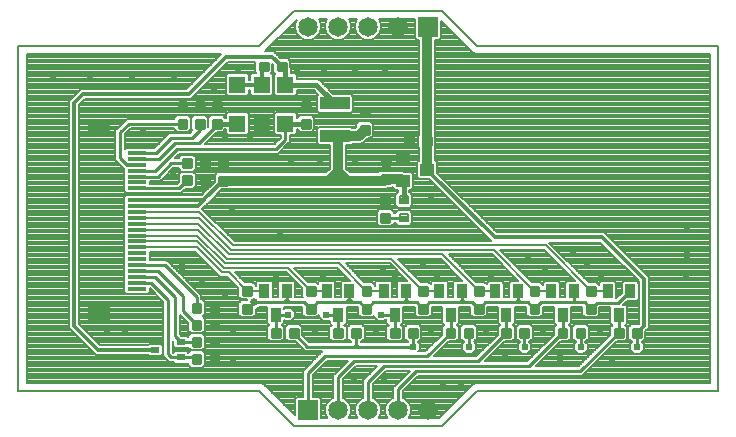
<source format=gtl>
G75*
%MOIN*%
%OFA0B0*%
%FSLAX25Y25*%
%IPPOS*%
%LPD*%
%AMOC8*
5,1,8,0,0,1.08239X$1,22.5*
%
%ADD10C,0.00600*%
%ADD11C,0.00875*%
%ADD12R,0.05500X0.05500*%
%ADD13C,0.00750*%
%ADD14R,0.06299X0.01181*%
%ADD15R,0.07677X0.06299*%
%ADD16R,0.06500X0.06500*%
%ADD17C,0.06500*%
%ADD18R,0.09843X0.03937*%
%ADD19R,0.03150X0.01969*%
%ADD20R,0.03500X0.04500*%
%ADD21R,0.04500X0.04000*%
%ADD22C,0.01000*%
%ADD23C,0.02400*%
%ADD24C,0.00800*%
%ADD25C,0.03200*%
%ADD26C,0.02578*%
%ADD27C,0.01200*%
%ADD28C,0.01500*%
D10*
X0008065Y0019400D02*
X0008065Y0134361D01*
X0088320Y0134361D01*
X0099920Y0145961D01*
X0149420Y0145961D01*
X0161020Y0134361D01*
X0241136Y0134361D01*
X0241136Y0019400D01*
X0161020Y0019400D01*
X0149420Y0007800D01*
X0099920Y0007800D01*
X0088320Y0019400D01*
X0008065Y0019400D01*
D11*
X0066113Y0031354D02*
X0068739Y0031354D01*
X0068739Y0028728D01*
X0066113Y0028728D01*
X0066113Y0031354D01*
X0066113Y0029602D02*
X0068739Y0029602D01*
X0068739Y0030476D02*
X0066113Y0030476D01*
X0066113Y0031350D02*
X0068739Y0031350D01*
X0072113Y0031354D02*
X0074739Y0031354D01*
X0074739Y0028728D01*
X0072113Y0028728D01*
X0072113Y0031354D01*
X0072113Y0029602D02*
X0074739Y0029602D01*
X0074739Y0030476D02*
X0072113Y0030476D01*
X0072113Y0031350D02*
X0074739Y0031350D01*
X0074739Y0037054D02*
X0072113Y0037054D01*
X0074739Y0037054D02*
X0074739Y0034428D01*
X0072113Y0034428D01*
X0072113Y0037054D01*
X0072113Y0035302D02*
X0074739Y0035302D01*
X0074739Y0036176D02*
X0072113Y0036176D01*
X0072113Y0037050D02*
X0074739Y0037050D01*
X0074739Y0042754D02*
X0072113Y0042754D01*
X0074739Y0042754D02*
X0074739Y0040128D01*
X0072113Y0040128D01*
X0072113Y0042754D01*
X0072113Y0041002D02*
X0074739Y0041002D01*
X0074739Y0041876D02*
X0072113Y0041876D01*
X0072113Y0042750D02*
X0074739Y0042750D01*
X0074739Y0048354D02*
X0072113Y0048354D01*
X0074739Y0048354D02*
X0074739Y0045728D01*
X0072113Y0045728D01*
X0072113Y0048354D01*
X0072113Y0046602D02*
X0074739Y0046602D01*
X0074739Y0047476D02*
X0072113Y0047476D01*
X0072113Y0048350D02*
X0074739Y0048350D01*
X0068739Y0048354D02*
X0066113Y0048354D01*
X0068739Y0048354D02*
X0068739Y0045728D01*
X0066113Y0045728D01*
X0066113Y0048354D01*
X0066113Y0046602D02*
X0068739Y0046602D01*
X0068739Y0047476D02*
X0066113Y0047476D01*
X0066113Y0048350D02*
X0068739Y0048350D01*
X0068739Y0042754D02*
X0066113Y0042754D01*
X0068739Y0042754D02*
X0068739Y0040128D01*
X0066113Y0040128D01*
X0066113Y0042754D01*
X0066113Y0041002D02*
X0068739Y0041002D01*
X0068739Y0041876D02*
X0066113Y0041876D01*
X0066113Y0042750D02*
X0068739Y0042750D01*
X0068739Y0037054D02*
X0066113Y0037054D01*
X0068739Y0037054D02*
X0068739Y0034428D01*
X0066113Y0034428D01*
X0066113Y0037054D01*
X0066113Y0035302D02*
X0068739Y0035302D01*
X0068739Y0036176D02*
X0066113Y0036176D01*
X0066113Y0037050D02*
X0068739Y0037050D01*
X0082957Y0045493D02*
X0082957Y0048119D01*
X0085583Y0048119D01*
X0085583Y0045493D01*
X0082957Y0045493D01*
X0082957Y0046367D02*
X0085583Y0046367D01*
X0085583Y0047241D02*
X0082957Y0047241D01*
X0082957Y0048115D02*
X0085583Y0048115D01*
X0082957Y0051493D02*
X0082957Y0054119D01*
X0085583Y0054119D01*
X0085583Y0051493D01*
X0082957Y0051493D01*
X0082957Y0052367D02*
X0085583Y0052367D01*
X0085583Y0053241D02*
X0082957Y0053241D01*
X0082957Y0054115D02*
X0085583Y0054115D01*
X0104157Y0054119D02*
X0104157Y0051493D01*
X0104157Y0054119D02*
X0106783Y0054119D01*
X0106783Y0051493D01*
X0104157Y0051493D01*
X0104157Y0052367D02*
X0106783Y0052367D01*
X0106783Y0053241D02*
X0104157Y0053241D01*
X0104157Y0054115D02*
X0106783Y0054115D01*
X0104157Y0048119D02*
X0104157Y0045493D01*
X0104157Y0048119D02*
X0106783Y0048119D01*
X0106783Y0045493D01*
X0104157Y0045493D01*
X0104157Y0046367D02*
X0106783Y0046367D01*
X0106783Y0047241D02*
X0104157Y0047241D01*
X0104157Y0048115D02*
X0106783Y0048115D01*
X0101117Y0037437D02*
X0098491Y0037437D01*
X0098491Y0040063D01*
X0101117Y0040063D01*
X0101117Y0037437D01*
X0101117Y0038311D02*
X0098491Y0038311D01*
X0098491Y0039185D02*
X0101117Y0039185D01*
X0101117Y0040059D02*
X0098491Y0040059D01*
X0095117Y0037437D02*
X0092491Y0037437D01*
X0092491Y0040063D01*
X0095117Y0040063D01*
X0095117Y0037437D01*
X0095117Y0038311D02*
X0092491Y0038311D01*
X0092491Y0039185D02*
X0095117Y0039185D01*
X0095117Y0040059D02*
X0092491Y0040059D01*
X0113291Y0037437D02*
X0115917Y0037437D01*
X0113291Y0037437D02*
X0113291Y0040063D01*
X0115917Y0040063D01*
X0115917Y0037437D01*
X0115917Y0038311D02*
X0113291Y0038311D01*
X0113291Y0039185D02*
X0115917Y0039185D01*
X0115917Y0040059D02*
X0113291Y0040059D01*
X0119291Y0037437D02*
X0121917Y0037437D01*
X0119291Y0037437D02*
X0119291Y0040063D01*
X0121917Y0040063D01*
X0121917Y0037437D01*
X0121917Y0038311D02*
X0119291Y0038311D01*
X0119291Y0039185D02*
X0121917Y0039185D01*
X0121917Y0040059D02*
X0119291Y0040059D01*
X0122757Y0045493D02*
X0122757Y0048119D01*
X0125383Y0048119D01*
X0125383Y0045493D01*
X0122757Y0045493D01*
X0122757Y0046367D02*
X0125383Y0046367D01*
X0125383Y0047241D02*
X0122757Y0047241D01*
X0122757Y0048115D02*
X0125383Y0048115D01*
X0122757Y0051493D02*
X0122757Y0054119D01*
X0125383Y0054119D01*
X0125383Y0051493D01*
X0122757Y0051493D01*
X0122757Y0052367D02*
X0125383Y0052367D01*
X0125383Y0053241D02*
X0122757Y0053241D01*
X0122757Y0054115D02*
X0125383Y0054115D01*
X0141657Y0054119D02*
X0141657Y0051493D01*
X0141657Y0054119D02*
X0144283Y0054119D01*
X0144283Y0051493D01*
X0141657Y0051493D01*
X0141657Y0052367D02*
X0144283Y0052367D01*
X0144283Y0053241D02*
X0141657Y0053241D01*
X0141657Y0054115D02*
X0144283Y0054115D01*
X0141657Y0048119D02*
X0141657Y0045493D01*
X0141657Y0048119D02*
X0144283Y0048119D01*
X0144283Y0045493D01*
X0141657Y0045493D01*
X0141657Y0046367D02*
X0144283Y0046367D01*
X0144283Y0047241D02*
X0141657Y0047241D01*
X0141657Y0048115D02*
X0144283Y0048115D01*
X0140817Y0037437D02*
X0138191Y0037437D01*
X0138191Y0040063D01*
X0140817Y0040063D01*
X0140817Y0037437D01*
X0140817Y0038311D02*
X0138191Y0038311D01*
X0138191Y0039185D02*
X0140817Y0039185D01*
X0140817Y0040059D02*
X0138191Y0040059D01*
X0134817Y0037437D02*
X0132191Y0037437D01*
X0132191Y0040063D01*
X0134817Y0040063D01*
X0134817Y0037437D01*
X0134817Y0038311D02*
X0132191Y0038311D01*
X0132191Y0039185D02*
X0134817Y0039185D01*
X0134817Y0040059D02*
X0132191Y0040059D01*
X0150791Y0037437D02*
X0153417Y0037437D01*
X0150791Y0037437D02*
X0150791Y0040063D01*
X0153417Y0040063D01*
X0153417Y0037437D01*
X0153417Y0038311D02*
X0150791Y0038311D01*
X0150791Y0039185D02*
X0153417Y0039185D01*
X0153417Y0040059D02*
X0150791Y0040059D01*
X0156791Y0037437D02*
X0159417Y0037437D01*
X0156791Y0037437D02*
X0156791Y0040063D01*
X0159417Y0040063D01*
X0159417Y0037437D01*
X0159417Y0038311D02*
X0156791Y0038311D01*
X0156791Y0039185D02*
X0159417Y0039185D01*
X0159417Y0040059D02*
X0156791Y0040059D01*
X0160157Y0045493D02*
X0160157Y0048119D01*
X0162783Y0048119D01*
X0162783Y0045493D01*
X0160157Y0045493D01*
X0160157Y0046367D02*
X0162783Y0046367D01*
X0162783Y0047241D02*
X0160157Y0047241D01*
X0160157Y0048115D02*
X0162783Y0048115D01*
X0160157Y0051493D02*
X0160157Y0054119D01*
X0162783Y0054119D01*
X0162783Y0051493D01*
X0160157Y0051493D01*
X0160157Y0052367D02*
X0162783Y0052367D01*
X0162783Y0053241D02*
X0160157Y0053241D01*
X0160157Y0054115D02*
X0162783Y0054115D01*
X0178757Y0054119D02*
X0178757Y0051493D01*
X0178757Y0054119D02*
X0181383Y0054119D01*
X0181383Y0051493D01*
X0178757Y0051493D01*
X0178757Y0052367D02*
X0181383Y0052367D01*
X0181383Y0053241D02*
X0178757Y0053241D01*
X0178757Y0054115D02*
X0181383Y0054115D01*
X0178757Y0048119D02*
X0178757Y0045493D01*
X0178757Y0048119D02*
X0181383Y0048119D01*
X0181383Y0045493D01*
X0178757Y0045493D01*
X0178757Y0046367D02*
X0181383Y0046367D01*
X0181383Y0047241D02*
X0178757Y0047241D01*
X0178757Y0048115D02*
X0181383Y0048115D01*
X0178017Y0037437D02*
X0175391Y0037437D01*
X0175391Y0040063D01*
X0178017Y0040063D01*
X0178017Y0037437D01*
X0178017Y0038311D02*
X0175391Y0038311D01*
X0175391Y0039185D02*
X0178017Y0039185D01*
X0178017Y0040059D02*
X0175391Y0040059D01*
X0172017Y0037437D02*
X0169391Y0037437D01*
X0169391Y0040063D01*
X0172017Y0040063D01*
X0172017Y0037437D01*
X0172017Y0038311D02*
X0169391Y0038311D01*
X0169391Y0039185D02*
X0172017Y0039185D01*
X0172017Y0040059D02*
X0169391Y0040059D01*
X0188091Y0037437D02*
X0190717Y0037437D01*
X0188091Y0037437D02*
X0188091Y0040063D01*
X0190717Y0040063D01*
X0190717Y0037437D01*
X0190717Y0038311D02*
X0188091Y0038311D01*
X0188091Y0039185D02*
X0190717Y0039185D01*
X0190717Y0040059D02*
X0188091Y0040059D01*
X0194091Y0037437D02*
X0196717Y0037437D01*
X0194091Y0037437D02*
X0194091Y0040063D01*
X0196717Y0040063D01*
X0196717Y0037437D01*
X0196717Y0038311D02*
X0194091Y0038311D01*
X0194091Y0039185D02*
X0196717Y0039185D01*
X0196717Y0040059D02*
X0194091Y0040059D01*
X0197557Y0045493D02*
X0197557Y0048119D01*
X0200183Y0048119D01*
X0200183Y0045493D01*
X0197557Y0045493D01*
X0197557Y0046367D02*
X0200183Y0046367D01*
X0200183Y0047241D02*
X0197557Y0047241D01*
X0197557Y0048115D02*
X0200183Y0048115D01*
X0197557Y0051493D02*
X0197557Y0054119D01*
X0200183Y0054119D01*
X0200183Y0051493D01*
X0197557Y0051493D01*
X0197557Y0052367D02*
X0200183Y0052367D01*
X0200183Y0053241D02*
X0197557Y0053241D01*
X0197557Y0054115D02*
X0200183Y0054115D01*
X0206891Y0037437D02*
X0209517Y0037437D01*
X0206891Y0037437D02*
X0206891Y0040063D01*
X0209517Y0040063D01*
X0209517Y0037437D01*
X0209517Y0038311D02*
X0206891Y0038311D01*
X0206891Y0039185D02*
X0209517Y0039185D01*
X0209517Y0040059D02*
X0206891Y0040059D01*
X0212891Y0037437D02*
X0215517Y0037437D01*
X0212891Y0037437D02*
X0212891Y0040063D01*
X0215517Y0040063D01*
X0215517Y0037437D01*
X0215517Y0038311D02*
X0212891Y0038311D01*
X0212891Y0039185D02*
X0215517Y0039185D01*
X0215517Y0040059D02*
X0212891Y0040059D01*
X0129057Y0075793D02*
X0129057Y0078419D01*
X0131683Y0078419D01*
X0131683Y0075793D01*
X0129057Y0075793D01*
X0129057Y0076667D02*
X0131683Y0076667D01*
X0131683Y0077541D02*
X0129057Y0077541D01*
X0129057Y0078415D02*
X0131683Y0078415D01*
X0129057Y0081793D02*
X0129057Y0084419D01*
X0131683Y0084419D01*
X0131683Y0081793D01*
X0129057Y0081793D01*
X0129057Y0082667D02*
X0131683Y0082667D01*
X0131683Y0083541D02*
X0129057Y0083541D01*
X0129057Y0084415D02*
X0131683Y0084415D01*
X0129157Y0088593D02*
X0129157Y0091219D01*
X0131783Y0091219D01*
X0131783Y0088593D01*
X0129157Y0088593D01*
X0129157Y0089467D02*
X0131783Y0089467D01*
X0131783Y0090341D02*
X0129157Y0090341D01*
X0129157Y0091215D02*
X0131783Y0091215D01*
X0129157Y0094593D02*
X0129157Y0097219D01*
X0131783Y0097219D01*
X0131783Y0094593D01*
X0129157Y0094593D01*
X0129157Y0095467D02*
X0131783Y0095467D01*
X0131783Y0096341D02*
X0129157Y0096341D01*
X0129157Y0097215D02*
X0131783Y0097215D01*
X0136891Y0101437D02*
X0139517Y0101437D01*
X0136891Y0101437D02*
X0136891Y0104063D01*
X0139517Y0104063D01*
X0139517Y0101437D01*
X0139517Y0102311D02*
X0136891Y0102311D01*
X0136891Y0103185D02*
X0139517Y0103185D01*
X0139517Y0104059D02*
X0136891Y0104059D01*
X0142891Y0101437D02*
X0145517Y0101437D01*
X0142891Y0101437D02*
X0142891Y0104063D01*
X0145517Y0104063D01*
X0145517Y0101437D01*
X0145517Y0102311D02*
X0142891Y0102311D01*
X0142891Y0103185D02*
X0145517Y0103185D01*
X0145517Y0104059D02*
X0142891Y0104059D01*
X0122157Y0105093D02*
X0122157Y0107719D01*
X0124783Y0107719D01*
X0124783Y0105093D01*
X0122157Y0105093D01*
X0122157Y0105967D02*
X0124783Y0105967D01*
X0124783Y0106841D02*
X0122157Y0106841D01*
X0122157Y0107715D02*
X0124783Y0107715D01*
X0122157Y0111093D02*
X0122157Y0113719D01*
X0124783Y0113719D01*
X0124783Y0111093D01*
X0122157Y0111093D01*
X0122157Y0111967D02*
X0124783Y0111967D01*
X0124783Y0112841D02*
X0122157Y0112841D01*
X0122157Y0113715D02*
X0124783Y0113715D01*
X0102557Y0113193D02*
X0102557Y0115819D01*
X0105183Y0115819D01*
X0105183Y0113193D01*
X0102557Y0113193D01*
X0102557Y0114067D02*
X0105183Y0114067D01*
X0105183Y0114941D02*
X0102557Y0114941D01*
X0102557Y0115815D02*
X0105183Y0115815D01*
X0102557Y0109819D02*
X0102557Y0107193D01*
X0102557Y0109819D02*
X0105183Y0109819D01*
X0105183Y0107193D01*
X0102557Y0107193D01*
X0102557Y0108067D02*
X0105183Y0108067D01*
X0105183Y0108941D02*
X0102557Y0108941D01*
X0102557Y0109815D02*
X0105183Y0109815D01*
X0097139Y0128854D02*
X0094513Y0128854D01*
X0097139Y0128854D02*
X0097139Y0126228D01*
X0094513Y0126228D01*
X0094513Y0128854D01*
X0094513Y0127102D02*
X0097139Y0127102D01*
X0097139Y0127976D02*
X0094513Y0127976D01*
X0094513Y0128850D02*
X0097139Y0128850D01*
X0091139Y0128854D02*
X0088513Y0128854D01*
X0091139Y0128854D02*
X0091139Y0126228D01*
X0088513Y0126228D01*
X0088513Y0128854D01*
X0088513Y0127102D02*
X0091139Y0127102D01*
X0091139Y0127976D02*
X0088513Y0127976D01*
X0088513Y0128850D02*
X0091139Y0128850D01*
X0072857Y0115819D02*
X0072857Y0113193D01*
X0072857Y0115819D02*
X0075483Y0115819D01*
X0075483Y0113193D01*
X0072857Y0113193D01*
X0072857Y0114067D02*
X0075483Y0114067D01*
X0075483Y0114941D02*
X0072857Y0114941D01*
X0072857Y0115815D02*
X0075483Y0115815D01*
X0067157Y0115819D02*
X0067157Y0113193D01*
X0067157Y0115819D02*
X0069783Y0115819D01*
X0069783Y0113193D01*
X0067157Y0113193D01*
X0067157Y0114067D02*
X0069783Y0114067D01*
X0069783Y0114941D02*
X0067157Y0114941D01*
X0067157Y0115815D02*
X0069783Y0115815D01*
X0061457Y0115819D02*
X0061457Y0113193D01*
X0061457Y0115819D02*
X0064083Y0115819D01*
X0064083Y0113193D01*
X0061457Y0113193D01*
X0061457Y0114067D02*
X0064083Y0114067D01*
X0064083Y0114941D02*
X0061457Y0114941D01*
X0061457Y0115815D02*
X0064083Y0115815D01*
X0061457Y0109819D02*
X0061457Y0107193D01*
X0061457Y0109819D02*
X0064083Y0109819D01*
X0064083Y0107193D01*
X0061457Y0107193D01*
X0061457Y0108067D02*
X0064083Y0108067D01*
X0064083Y0108941D02*
X0061457Y0108941D01*
X0061457Y0109815D02*
X0064083Y0109815D01*
X0067157Y0109819D02*
X0067157Y0107193D01*
X0067157Y0109819D02*
X0069783Y0109819D01*
X0069783Y0107193D01*
X0067157Y0107193D01*
X0067157Y0108067D02*
X0069783Y0108067D01*
X0069783Y0108941D02*
X0067157Y0108941D01*
X0067157Y0109815D02*
X0069783Y0109815D01*
X0072857Y0109819D02*
X0072857Y0107193D01*
X0072857Y0109819D02*
X0075483Y0109819D01*
X0075483Y0107193D01*
X0072857Y0107193D01*
X0072857Y0108067D02*
X0075483Y0108067D01*
X0075483Y0108941D02*
X0072857Y0108941D01*
X0072857Y0109815D02*
X0075483Y0109815D01*
X0075057Y0096819D02*
X0075057Y0094193D01*
X0075057Y0096819D02*
X0077683Y0096819D01*
X0077683Y0094193D01*
X0075057Y0094193D01*
X0075057Y0095067D02*
X0077683Y0095067D01*
X0077683Y0095941D02*
X0075057Y0095941D01*
X0075057Y0096815D02*
X0077683Y0096815D01*
X0075057Y0090819D02*
X0075057Y0088193D01*
X0075057Y0090819D02*
X0077683Y0090819D01*
X0077683Y0088193D01*
X0075057Y0088193D01*
X0075057Y0089067D02*
X0077683Y0089067D01*
X0077683Y0089941D02*
X0075057Y0089941D01*
X0075057Y0090815D02*
X0077683Y0090815D01*
X0071639Y0090954D02*
X0069013Y0090954D01*
X0071639Y0090954D02*
X0071639Y0088328D01*
X0069013Y0088328D01*
X0069013Y0090954D01*
X0069013Y0089202D02*
X0071639Y0089202D01*
X0071639Y0090076D02*
X0069013Y0090076D01*
X0069013Y0090950D02*
X0071639Y0090950D01*
X0071639Y0096654D02*
X0069013Y0096654D01*
X0071639Y0096654D02*
X0071639Y0094028D01*
X0069013Y0094028D01*
X0069013Y0096654D01*
X0069013Y0094902D02*
X0071639Y0094902D01*
X0071639Y0095776D02*
X0069013Y0095776D01*
X0069013Y0096650D02*
X0071639Y0096650D01*
X0065639Y0096654D02*
X0063013Y0096654D01*
X0065639Y0096654D02*
X0065639Y0094028D01*
X0063013Y0094028D01*
X0063013Y0096654D01*
X0063013Y0094902D02*
X0065639Y0094902D01*
X0065639Y0095776D02*
X0063013Y0095776D01*
X0063013Y0096650D02*
X0065639Y0096650D01*
X0065639Y0090954D02*
X0063013Y0090954D01*
X0065639Y0090954D02*
X0065639Y0088328D01*
X0063013Y0088328D01*
X0063013Y0090954D01*
X0063013Y0089202D02*
X0065639Y0089202D01*
X0065639Y0090076D02*
X0063013Y0090076D01*
X0063013Y0090950D02*
X0065639Y0090950D01*
D12*
X0081070Y0108506D03*
X0089160Y0108485D03*
X0097060Y0108485D03*
X0097060Y0121485D03*
X0089160Y0121485D03*
X0081070Y0121506D03*
D13*
X0135195Y0084231D02*
X0135195Y0081981D01*
X0135195Y0084231D02*
X0137945Y0084231D01*
X0137945Y0081981D01*
X0135195Y0081981D01*
X0135195Y0082730D02*
X0137945Y0082730D01*
X0137945Y0083479D02*
X0135195Y0083479D01*
X0135195Y0084228D02*
X0137945Y0084228D01*
X0135195Y0078231D02*
X0135195Y0075981D01*
X0135195Y0078231D02*
X0137945Y0078231D01*
X0137945Y0075981D01*
X0135195Y0075981D01*
X0135195Y0076730D02*
X0137945Y0076730D01*
X0137945Y0077479D02*
X0135195Y0077479D01*
X0135195Y0078228D02*
X0137945Y0078228D01*
D14*
X0047632Y0079046D03*
X0047632Y0081014D03*
X0047632Y0082983D03*
X0047632Y0084951D03*
X0047632Y0086920D03*
X0047632Y0088888D03*
X0047632Y0090857D03*
X0047632Y0092825D03*
X0047632Y0094794D03*
X0047632Y0096762D03*
X0047632Y0098731D03*
X0047632Y0077077D03*
X0047632Y0075109D03*
X0047632Y0073140D03*
X0047632Y0071172D03*
X0047632Y0069203D03*
X0047632Y0067235D03*
X0047632Y0065266D03*
X0047632Y0063298D03*
X0047632Y0061329D03*
X0047632Y0059361D03*
X0047632Y0057392D03*
X0047632Y0055424D03*
X0047632Y0053455D03*
D15*
X0034837Y0044991D03*
X0034837Y0107195D03*
D16*
X0144601Y0140761D03*
X0104601Y0013000D03*
D17*
X0114601Y0013000D03*
X0124601Y0013000D03*
X0134601Y0013000D03*
X0144601Y0013000D03*
X0134601Y0140761D03*
X0124601Y0140761D03*
X0114601Y0140761D03*
X0104601Y0140761D03*
D18*
X0113526Y0115246D03*
X0113526Y0104435D03*
D19*
X0062170Y0035665D03*
X0053508Y0033106D03*
X0062170Y0030547D03*
D20*
X0093826Y0044841D03*
X0097566Y0052841D03*
X0090086Y0052841D03*
X0110886Y0052841D03*
X0118366Y0052841D03*
X0114626Y0044841D03*
X0129786Y0052841D03*
X0137266Y0052841D03*
X0133526Y0044841D03*
X0148386Y0052841D03*
X0155866Y0052841D03*
X0166986Y0052741D03*
X0174466Y0052741D03*
X0170726Y0044741D03*
X0185686Y0052741D03*
X0193166Y0052741D03*
X0189426Y0044741D03*
X0204486Y0052741D03*
X0211966Y0052741D03*
X0208226Y0044741D03*
X0152126Y0044841D03*
D21*
X0136270Y0089366D03*
X0144270Y0093106D03*
X0136270Y0096846D03*
D22*
X0130470Y0089906D02*
X0130765Y0089611D01*
X0136904Y0083441D02*
X0136570Y0083106D01*
X0136570Y0077106D02*
X0130370Y0077106D01*
X0097060Y0103141D02*
X0093965Y0100046D01*
X0060965Y0100046D01*
X0053745Y0092825D01*
X0047632Y0092825D01*
X0047632Y0090857D02*
X0054576Y0090857D01*
X0059065Y0095346D01*
X0064321Y0095346D01*
X0064326Y0089641D02*
X0061604Y0086920D01*
X0047632Y0086920D01*
X0047632Y0094794D02*
X0044163Y0094794D01*
X0041970Y0096987D01*
X0041970Y0105550D01*
X0044921Y0108502D01*
X0062765Y0108502D01*
X0062770Y0108506D01*
X0065865Y0103846D02*
X0059065Y0103846D01*
X0053950Y0098731D01*
X0047632Y0098731D01*
X0047632Y0096762D02*
X0054782Y0096762D01*
X0060165Y0102146D01*
X0068365Y0102146D01*
X0074165Y0107946D01*
X0074165Y0108502D01*
X0074170Y0108506D01*
X0068470Y0108506D02*
X0068432Y0108469D01*
X0068432Y0106413D01*
X0065865Y0103846D01*
X0097060Y0103141D02*
X0097060Y0108485D01*
X0097065Y0108480D01*
X0103849Y0108485D02*
X0103870Y0108506D01*
X0056782Y0061329D02*
X0047632Y0061329D01*
X0047632Y0059361D02*
X0054650Y0059361D01*
X0062865Y0051146D01*
X0062865Y0046002D01*
X0067426Y0041441D01*
X0067426Y0035741D02*
X0067350Y0035665D01*
X0062170Y0035665D01*
X0060265Y0037570D01*
X0060265Y0050746D01*
X0053619Y0057392D01*
X0047632Y0057392D01*
X0047632Y0055424D02*
X0047710Y0055346D01*
X0052365Y0055346D01*
X0057865Y0049846D01*
X0057865Y0031646D01*
X0058964Y0030547D01*
X0062170Y0030547D01*
X0066919Y0030547D01*
X0067426Y0030041D01*
X0067426Y0047041D02*
X0067426Y0050685D01*
X0056782Y0061329D01*
X0084270Y0046806D02*
X0086509Y0049046D01*
X0086565Y0049046D01*
X0096565Y0049046D01*
X0097465Y0049946D01*
X0098365Y0049046D01*
X0103230Y0049046D01*
X0105470Y0046806D01*
X0105526Y0046806D01*
X0107665Y0048946D01*
X0117365Y0048946D01*
X0118365Y0049946D01*
X0119365Y0048946D01*
X0121930Y0048946D01*
X0124070Y0046806D01*
X0124226Y0046806D01*
X0126365Y0048946D01*
X0136466Y0048946D01*
X0137266Y0049746D01*
X0138066Y0048946D01*
X0140830Y0048946D01*
X0142970Y0046806D01*
X0142970Y0046850D01*
X0145065Y0048946D01*
X0154965Y0048946D01*
X0155765Y0049746D01*
X0155866Y0049746D01*
X0156065Y0049746D01*
X0156865Y0048946D01*
X0159330Y0048946D01*
X0161470Y0046806D01*
X0163609Y0048946D01*
X0173666Y0048946D01*
X0174466Y0049746D01*
X0174466Y0049645D01*
X0175165Y0048946D01*
X0177865Y0048946D01*
X0180004Y0046806D01*
X0180070Y0046806D01*
X0182209Y0048946D01*
X0192665Y0048946D01*
X0193166Y0049446D01*
X0193166Y0049445D01*
X0193665Y0048946D01*
X0196765Y0048946D01*
X0196765Y0048911D01*
X0198870Y0046806D01*
X0199026Y0046806D01*
X0201065Y0048846D01*
X0208071Y0048846D01*
X0211966Y0052741D01*
X0211966Y0053445D01*
X0208226Y0044741D02*
X0208226Y0038772D01*
X0208204Y0038750D01*
X0195400Y0025946D01*
X0140665Y0025946D01*
X0134601Y0019881D01*
X0134601Y0013000D01*
X0124601Y0013000D02*
X0124601Y0022381D01*
X0129865Y0027646D01*
X0178300Y0027646D01*
X0189404Y0038750D01*
X0189426Y0038772D01*
X0189426Y0044741D01*
X0192665Y0048946D02*
X0193165Y0048946D01*
X0193166Y0048946D01*
X0193166Y0049445D01*
X0193166Y0049446D02*
X0193166Y0052741D01*
X0193165Y0048946D02*
X0193665Y0048946D01*
X0195404Y0038750D02*
X0195465Y0038690D01*
X0195465Y0034146D01*
X0176765Y0034146D02*
X0176704Y0034206D01*
X0176704Y0038750D01*
X0170726Y0038772D02*
X0170704Y0038750D01*
X0161300Y0029346D01*
X0120065Y0029346D01*
X0114601Y0023881D01*
X0114601Y0013000D01*
X0104601Y0013000D02*
X0104601Y0025481D01*
X0110165Y0031046D01*
X0144400Y0031046D01*
X0152104Y0038750D01*
X0152126Y0038772D01*
X0152126Y0044841D01*
X0154965Y0048946D02*
X0155865Y0048946D01*
X0155866Y0048946D01*
X0155866Y0049746D01*
X0155866Y0052841D01*
X0155865Y0048946D02*
X0156865Y0048946D01*
X0158104Y0038750D02*
X0158104Y0034306D01*
X0158265Y0034146D01*
X0170726Y0038772D02*
X0170726Y0044741D01*
X0173666Y0048946D02*
X0174465Y0048946D01*
X0174466Y0048946D01*
X0174466Y0049645D01*
X0174466Y0049746D02*
X0174466Y0052741D01*
X0174465Y0048946D02*
X0175165Y0048946D01*
X0139504Y0038750D02*
X0139504Y0034185D01*
X0139465Y0034146D01*
X0121265Y0034146D01*
X0120604Y0034806D01*
X0120604Y0034885D01*
X0119865Y0034146D01*
X0104409Y0034146D01*
X0099804Y0038750D01*
X0093804Y0038750D02*
X0093804Y0044820D01*
X0093826Y0044841D01*
X0098060Y0044841D01*
X0098065Y0044846D01*
X0098365Y0049046D02*
X0097465Y0049046D01*
X0097465Y0049946D01*
X0097465Y0052740D01*
X0097566Y0052841D01*
X0097465Y0049046D02*
X0096565Y0049046D01*
X0110565Y0044846D02*
X0110570Y0044841D01*
X0114626Y0044841D01*
X0114626Y0038772D01*
X0114604Y0038750D01*
X0120604Y0038750D02*
X0120604Y0034885D01*
X0120604Y0034806D02*
X0120604Y0034385D01*
X0120365Y0034146D01*
X0119865Y0034146D01*
X0120365Y0034146D02*
X0121265Y0034146D01*
X0133504Y0038750D02*
X0133526Y0038772D01*
X0133526Y0044841D01*
X0128870Y0044841D01*
X0128865Y0044846D01*
X0136466Y0048946D02*
X0137465Y0048946D01*
X0137266Y0049145D01*
X0137266Y0049746D01*
X0137266Y0052841D01*
X0137465Y0048946D02*
X0138066Y0048946D01*
X0119365Y0048946D02*
X0118365Y0048946D01*
X0118365Y0049946D01*
X0118365Y0052840D01*
X0118366Y0052841D01*
X0118365Y0048946D02*
X0117365Y0048946D01*
X0214204Y0038985D02*
X0214204Y0038750D01*
X0214204Y0034206D01*
X0214265Y0034146D01*
D23*
X0214265Y0034146D03*
X0206065Y0029546D03*
X0195465Y0034146D03*
X0201765Y0038946D03*
X0188565Y0030246D03*
X0176765Y0034146D03*
X0170365Y0031246D03*
X0163965Y0038746D03*
X0158265Y0034146D03*
X0145565Y0038946D03*
X0139465Y0034146D03*
X0127265Y0038746D03*
X0128865Y0044846D03*
X0133465Y0056746D03*
X0129465Y0059446D03*
X0142965Y0061646D03*
X0147465Y0057746D03*
X0160665Y0062646D03*
X0165465Y0058246D03*
X0178065Y0064346D03*
X0183565Y0059846D03*
X0193065Y0066246D03*
X0197665Y0061346D03*
X0202365Y0058146D03*
X0182865Y0039046D03*
X0155465Y0021746D03*
X0149665Y0021846D03*
X0129765Y0023046D03*
X0119965Y0024046D03*
X0109365Y0024446D03*
X0106865Y0038646D03*
X0110565Y0044846D03*
X0098065Y0044846D03*
X0093765Y0056646D03*
X0109465Y0058146D03*
X0095365Y0072146D03*
X0095165Y0078846D03*
X0109965Y0078746D03*
X0119765Y0078546D03*
X0120165Y0096646D03*
X0108665Y0096846D03*
X0098965Y0096746D03*
X0085265Y0103246D03*
X0076965Y0103246D03*
X0059565Y0090946D03*
X0079265Y0079146D03*
X0053965Y0064946D03*
X0062665Y0060846D03*
X0069265Y0056246D03*
X0076965Y0051946D03*
X0079465Y0040046D03*
X0079465Y0029946D03*
X0054065Y0048246D03*
X0043565Y0038746D03*
X0037665Y0038546D03*
X0049665Y0105646D03*
X0052665Y0113046D03*
X0044065Y0113046D03*
X0059865Y0124346D03*
X0046065Y0124646D03*
X0031865Y0124846D03*
X0019665Y0124546D03*
X0073365Y0120346D03*
X0081265Y0127046D03*
X0100765Y0126346D03*
X0109865Y0125546D03*
X0120265Y0125446D03*
X0130265Y0125946D03*
X0145565Y0084346D03*
X0230865Y0073546D03*
X0230865Y0064646D03*
X0230665Y0057046D03*
D24*
X0238436Y0057125D02*
X0218265Y0057125D01*
X0218265Y0057350D02*
X0203369Y0072246D01*
X0167535Y0072246D01*
X0147620Y0092160D01*
X0147620Y0095562D01*
X0146975Y0096206D01*
X0146904Y0096206D01*
X0146904Y0100651D01*
X0147054Y0100801D01*
X0147054Y0104700D01*
X0146904Y0104850D01*
X0146904Y0136411D01*
X0148306Y0136411D01*
X0148951Y0137055D01*
X0148951Y0142612D01*
X0159491Y0132072D01*
X0160483Y0131661D01*
X0238436Y0131661D01*
X0238436Y0022100D01*
X0160483Y0022100D01*
X0159491Y0021689D01*
X0148302Y0010500D01*
X0138252Y0010500D01*
X0138288Y0010536D01*
X0138951Y0012135D01*
X0138951Y0013865D01*
X0138288Y0015464D01*
X0137065Y0016688D01*
X0136201Y0017046D01*
X0136201Y0019218D01*
X0141328Y0024346D01*
X0196062Y0024346D01*
X0197000Y0025283D01*
X0207617Y0035900D01*
X0210154Y0035900D01*
X0211054Y0036801D01*
X0211054Y0040700D01*
X0210363Y0041391D01*
X0210431Y0041391D01*
X0211076Y0042035D01*
X0211076Y0047447D01*
X0210431Y0048091D01*
X0209579Y0048091D01*
X0210879Y0049391D01*
X0214172Y0049391D01*
X0214816Y0050035D01*
X0214816Y0055447D01*
X0214172Y0056091D01*
X0209760Y0056091D01*
X0209116Y0055447D01*
X0209116Y0052154D01*
X0207408Y0050446D01*
X0207336Y0050446D01*
X0207336Y0055447D01*
X0206691Y0056091D01*
X0202280Y0056091D01*
X0201636Y0055447D01*
X0201636Y0054840D01*
X0200819Y0055656D01*
X0198141Y0055656D01*
X0185312Y0068486D01*
X0184952Y0068846D01*
X0201961Y0068846D01*
X0214865Y0055941D01*
X0214865Y0041815D01*
X0214650Y0041600D01*
X0212255Y0041600D01*
X0211354Y0040700D01*
X0211354Y0036801D01*
X0212255Y0035900D01*
X0212604Y0035900D01*
X0212604Y0035738D01*
X0211965Y0035098D01*
X0211965Y0033193D01*
X0213312Y0031846D01*
X0215218Y0031846D01*
X0216565Y0033193D01*
X0216565Y0035098D01*
X0215804Y0035859D01*
X0215804Y0035900D01*
X0216154Y0035900D01*
X0217054Y0036801D01*
X0217054Y0039196D01*
X0218265Y0040407D01*
X0218265Y0057350D01*
X0217691Y0057924D02*
X0238436Y0057924D01*
X0238436Y0058722D02*
X0216893Y0058722D01*
X0216094Y0059521D02*
X0238436Y0059521D01*
X0238436Y0060319D02*
X0215296Y0060319D01*
X0214497Y0061118D02*
X0238436Y0061118D01*
X0238436Y0061916D02*
X0213699Y0061916D01*
X0212900Y0062715D02*
X0238436Y0062715D01*
X0238436Y0063513D02*
X0212102Y0063513D01*
X0211303Y0064312D02*
X0238436Y0064312D01*
X0238436Y0065110D02*
X0210505Y0065110D01*
X0209706Y0065909D02*
X0238436Y0065909D01*
X0238436Y0066707D02*
X0208908Y0066707D01*
X0208109Y0067506D02*
X0238436Y0067506D01*
X0238436Y0068304D02*
X0207311Y0068304D01*
X0206512Y0069103D02*
X0238436Y0069103D01*
X0238436Y0069901D02*
X0205714Y0069901D01*
X0204915Y0070700D02*
X0238436Y0070700D01*
X0238436Y0071498D02*
X0204117Y0071498D01*
X0202502Y0068304D02*
X0185493Y0068304D01*
X0186292Y0067506D02*
X0203301Y0067506D01*
X0204099Y0066707D02*
X0187090Y0066707D01*
X0187889Y0065909D02*
X0204898Y0065909D01*
X0205696Y0065110D02*
X0188687Y0065110D01*
X0189486Y0064312D02*
X0206495Y0064312D01*
X0207293Y0063513D02*
X0190284Y0063513D01*
X0191083Y0062715D02*
X0208092Y0062715D01*
X0208890Y0061916D02*
X0191881Y0061916D01*
X0192680Y0061118D02*
X0209689Y0061118D01*
X0210487Y0060319D02*
X0193478Y0060319D01*
X0194277Y0059521D02*
X0211286Y0059521D01*
X0212084Y0058722D02*
X0195075Y0058722D01*
X0195874Y0057924D02*
X0212883Y0057924D01*
X0213682Y0057125D02*
X0196672Y0057125D01*
X0197471Y0056327D02*
X0214480Y0056327D01*
X0214734Y0055528D02*
X0214865Y0055528D01*
X0214865Y0054730D02*
X0214816Y0054730D01*
X0214816Y0053931D02*
X0214865Y0053931D01*
X0214865Y0053133D02*
X0214816Y0053133D01*
X0214816Y0052334D02*
X0214865Y0052334D01*
X0214865Y0051536D02*
X0214816Y0051536D01*
X0214816Y0050737D02*
X0214865Y0050737D01*
X0214865Y0049938D02*
X0214719Y0049938D01*
X0214865Y0049140D02*
X0210628Y0049140D01*
X0209829Y0048341D02*
X0214865Y0048341D01*
X0214865Y0047543D02*
X0210979Y0047543D01*
X0211076Y0046744D02*
X0214865Y0046744D01*
X0214865Y0045946D02*
X0211076Y0045946D01*
X0211076Y0045147D02*
X0214865Y0045147D01*
X0214865Y0044349D02*
X0211076Y0044349D01*
X0211076Y0043550D02*
X0214865Y0043550D01*
X0214865Y0042752D02*
X0211076Y0042752D01*
X0210994Y0041953D02*
X0214865Y0041953D01*
X0211810Y0041155D02*
X0210599Y0041155D01*
X0211054Y0040356D02*
X0211354Y0040356D01*
X0211354Y0039558D02*
X0211054Y0039558D01*
X0211054Y0038759D02*
X0211354Y0038759D01*
X0211354Y0037961D02*
X0211054Y0037961D01*
X0211054Y0037162D02*
X0211354Y0037162D01*
X0211792Y0036364D02*
X0210617Y0036364D01*
X0212432Y0035565D02*
X0207282Y0035565D01*
X0206484Y0034767D02*
X0211965Y0034767D01*
X0211965Y0033968D02*
X0205685Y0033968D01*
X0204887Y0033170D02*
X0211988Y0033170D01*
X0212787Y0032371D02*
X0204088Y0032371D01*
X0203290Y0031573D02*
X0238436Y0031573D01*
X0238436Y0032371D02*
X0215743Y0032371D01*
X0216542Y0033170D02*
X0238436Y0033170D01*
X0238436Y0033968D02*
X0216565Y0033968D01*
X0216565Y0034767D02*
X0238436Y0034767D01*
X0238436Y0035565D02*
X0216098Y0035565D01*
X0216617Y0036364D02*
X0238436Y0036364D01*
X0238436Y0037162D02*
X0217054Y0037162D01*
X0217054Y0037961D02*
X0238436Y0037961D01*
X0238436Y0038759D02*
X0217054Y0038759D01*
X0217416Y0039558D02*
X0238436Y0039558D01*
X0238436Y0040356D02*
X0218215Y0040356D01*
X0218265Y0041155D02*
X0238436Y0041155D01*
X0238436Y0041953D02*
X0218265Y0041953D01*
X0218265Y0042752D02*
X0238436Y0042752D01*
X0238436Y0043550D02*
X0218265Y0043550D01*
X0218265Y0044349D02*
X0238436Y0044349D01*
X0238436Y0045147D02*
X0218265Y0045147D01*
X0218265Y0045946D02*
X0238436Y0045946D01*
X0238436Y0046744D02*
X0218265Y0046744D01*
X0218265Y0047543D02*
X0238436Y0047543D01*
X0238436Y0048341D02*
X0218265Y0048341D01*
X0218265Y0049140D02*
X0238436Y0049140D01*
X0238436Y0049938D02*
X0218265Y0049938D01*
X0218265Y0050737D02*
X0238436Y0050737D01*
X0238436Y0051536D02*
X0218265Y0051536D01*
X0218265Y0052334D02*
X0238436Y0052334D01*
X0238436Y0053133D02*
X0218265Y0053133D01*
X0218265Y0053931D02*
X0238436Y0053931D01*
X0238436Y0054730D02*
X0218265Y0054730D01*
X0218265Y0055528D02*
X0238436Y0055528D01*
X0238436Y0056327D02*
X0218265Y0056327D01*
X0209197Y0055528D02*
X0207254Y0055528D01*
X0207336Y0054730D02*
X0209116Y0054730D01*
X0209116Y0053931D02*
X0207336Y0053931D01*
X0207336Y0053133D02*
X0209116Y0053133D01*
X0209116Y0052334D02*
X0207336Y0052334D01*
X0207336Y0051536D02*
X0208498Y0051536D01*
X0207699Y0050737D02*
X0207336Y0050737D01*
X0204486Y0052741D02*
X0204420Y0052806D01*
X0198870Y0052806D01*
X0183812Y0067865D01*
X0079546Y0067865D01*
X0068365Y0079046D01*
X0047632Y0079046D01*
X0047632Y0077077D02*
X0068212Y0077077D01*
X0078925Y0066365D01*
X0166512Y0066365D01*
X0180070Y0052806D01*
X0185620Y0052806D01*
X0185686Y0052741D01*
X0188536Y0053133D02*
X0190316Y0053133D01*
X0190316Y0053931D02*
X0188536Y0053931D01*
X0188536Y0054730D02*
X0190316Y0054730D01*
X0190316Y0055447D02*
X0190316Y0050546D01*
X0188536Y0050546D01*
X0188536Y0055447D01*
X0187891Y0056091D01*
X0183480Y0056091D01*
X0182836Y0055447D01*
X0182836Y0054840D01*
X0182019Y0055656D01*
X0179341Y0055656D01*
X0168633Y0066365D01*
X0183190Y0066365D01*
X0193464Y0056091D01*
X0190960Y0056091D01*
X0190316Y0055447D01*
X0190397Y0055528D02*
X0188454Y0055528D01*
X0188536Y0052334D02*
X0190316Y0052334D01*
X0190316Y0051536D02*
X0188536Y0051536D01*
X0188536Y0050737D02*
X0190316Y0050737D01*
X0192276Y0047346D02*
X0196020Y0047346D01*
X0196020Y0044857D01*
X0196920Y0043956D01*
X0200819Y0043956D01*
X0201720Y0044857D01*
X0201720Y0047238D01*
X0201728Y0047246D01*
X0205376Y0047246D01*
X0205376Y0042035D01*
X0206020Y0041391D01*
X0206046Y0041391D01*
X0205354Y0040700D01*
X0205354Y0038163D01*
X0194737Y0027546D01*
X0180462Y0027546D01*
X0188817Y0035900D01*
X0191354Y0035900D01*
X0192254Y0036801D01*
X0192254Y0040700D01*
X0191563Y0041391D01*
X0191631Y0041391D01*
X0192276Y0042035D01*
X0192276Y0047346D01*
X0192276Y0046744D02*
X0196020Y0046744D01*
X0196020Y0045946D02*
X0192276Y0045946D01*
X0192276Y0045147D02*
X0196020Y0045147D01*
X0196528Y0044349D02*
X0192276Y0044349D01*
X0192276Y0043550D02*
X0205376Y0043550D01*
X0205376Y0042752D02*
X0192276Y0042752D01*
X0192194Y0041953D02*
X0205458Y0041953D01*
X0205810Y0041155D02*
X0197799Y0041155D01*
X0197354Y0041600D02*
X0198254Y0040700D01*
X0198254Y0036801D01*
X0197354Y0035900D01*
X0197065Y0035900D01*
X0197065Y0035798D01*
X0197765Y0035098D01*
X0197765Y0033193D01*
X0196418Y0031846D01*
X0194512Y0031846D01*
X0193165Y0033193D01*
X0193165Y0035098D01*
X0193865Y0035798D01*
X0193865Y0035900D01*
X0193455Y0035900D01*
X0192554Y0036801D01*
X0192554Y0040700D01*
X0193455Y0041600D01*
X0197354Y0041600D01*
X0198254Y0040356D02*
X0205354Y0040356D01*
X0205354Y0039558D02*
X0198254Y0039558D01*
X0198254Y0038759D02*
X0205354Y0038759D01*
X0205152Y0037961D02*
X0198254Y0037961D01*
X0198254Y0037162D02*
X0204354Y0037162D01*
X0203555Y0036364D02*
X0197817Y0036364D01*
X0197298Y0035565D02*
X0202757Y0035565D01*
X0201958Y0034767D02*
X0197765Y0034767D01*
X0197765Y0033968D02*
X0201160Y0033968D01*
X0200361Y0033170D02*
X0197742Y0033170D01*
X0196943Y0032371D02*
X0199563Y0032371D01*
X0198764Y0031573D02*
X0184490Y0031573D01*
X0185288Y0032371D02*
X0193987Y0032371D01*
X0193188Y0033170D02*
X0186087Y0033170D01*
X0186885Y0033968D02*
X0193165Y0033968D01*
X0193165Y0034767D02*
X0187684Y0034767D01*
X0188482Y0035565D02*
X0193632Y0035565D01*
X0192992Y0036364D02*
X0191817Y0036364D01*
X0192254Y0037162D02*
X0192554Y0037162D01*
X0192554Y0037961D02*
X0192254Y0037961D01*
X0192254Y0038759D02*
X0192554Y0038759D01*
X0192554Y0039558D02*
X0192254Y0039558D01*
X0192254Y0040356D02*
X0192554Y0040356D01*
X0193010Y0041155D02*
X0191799Y0041155D01*
X0187246Y0041391D02*
X0186554Y0040700D01*
X0186554Y0038163D01*
X0177637Y0029246D01*
X0163462Y0029246D01*
X0170117Y0035900D01*
X0172654Y0035900D01*
X0173554Y0036801D01*
X0173554Y0040700D01*
X0172863Y0041391D01*
X0172931Y0041391D01*
X0173576Y0042035D01*
X0173576Y0047346D01*
X0177202Y0047346D01*
X0177220Y0047328D01*
X0177220Y0044857D01*
X0178120Y0043956D01*
X0182019Y0043956D01*
X0182920Y0044857D01*
X0182920Y0047346D01*
X0186576Y0047346D01*
X0186576Y0042035D01*
X0187220Y0041391D01*
X0187246Y0041391D01*
X0187010Y0041155D02*
X0179099Y0041155D01*
X0178654Y0041600D02*
X0174755Y0041600D01*
X0173854Y0040700D01*
X0173854Y0036801D01*
X0174755Y0035900D01*
X0175104Y0035900D01*
X0175104Y0035738D01*
X0174465Y0035098D01*
X0174465Y0033193D01*
X0175812Y0031846D01*
X0177718Y0031846D01*
X0179065Y0033193D01*
X0179065Y0035098D01*
X0178304Y0035859D01*
X0178304Y0035900D01*
X0178654Y0035900D01*
X0179554Y0036801D01*
X0179554Y0040700D01*
X0178654Y0041600D01*
X0179554Y0040356D02*
X0186554Y0040356D01*
X0186554Y0039558D02*
X0179554Y0039558D01*
X0179554Y0038759D02*
X0186554Y0038759D01*
X0186352Y0037961D02*
X0179554Y0037961D01*
X0179554Y0037162D02*
X0185554Y0037162D01*
X0184755Y0036364D02*
X0179117Y0036364D01*
X0178598Y0035565D02*
X0183957Y0035565D01*
X0183158Y0034767D02*
X0179065Y0034767D01*
X0179065Y0033968D02*
X0182360Y0033968D01*
X0181561Y0033170D02*
X0179042Y0033170D01*
X0178243Y0032371D02*
X0180763Y0032371D01*
X0179964Y0031573D02*
X0165790Y0031573D01*
X0166588Y0032371D02*
X0175287Y0032371D01*
X0174488Y0033170D02*
X0167387Y0033170D01*
X0168185Y0033968D02*
X0174465Y0033968D01*
X0174465Y0034767D02*
X0168984Y0034767D01*
X0169782Y0035565D02*
X0174932Y0035565D01*
X0174292Y0036364D02*
X0173117Y0036364D01*
X0173554Y0037162D02*
X0173854Y0037162D01*
X0173854Y0037961D02*
X0173554Y0037961D01*
X0173554Y0038759D02*
X0173854Y0038759D01*
X0173854Y0039558D02*
X0173554Y0039558D01*
X0173554Y0040356D02*
X0173854Y0040356D01*
X0174310Y0041155D02*
X0173099Y0041155D01*
X0173494Y0041953D02*
X0186658Y0041953D01*
X0186576Y0042752D02*
X0173576Y0042752D01*
X0173576Y0043550D02*
X0186576Y0043550D01*
X0186576Y0044349D02*
X0182412Y0044349D01*
X0182920Y0045147D02*
X0186576Y0045147D01*
X0186576Y0045946D02*
X0182920Y0045946D01*
X0182920Y0046744D02*
X0186576Y0046744D01*
X0177728Y0044349D02*
X0173576Y0044349D01*
X0173576Y0045147D02*
X0177220Y0045147D01*
X0177220Y0045946D02*
X0173576Y0045946D01*
X0173576Y0046744D02*
X0177220Y0046744D01*
X0171616Y0050546D02*
X0169836Y0050546D01*
X0169836Y0055447D01*
X0169191Y0056091D01*
X0164780Y0056091D01*
X0164136Y0055447D01*
X0164136Y0054940D01*
X0163419Y0055656D01*
X0160741Y0055656D01*
X0151533Y0064865D01*
X0165890Y0064865D01*
X0174664Y0056091D01*
X0172260Y0056091D01*
X0171616Y0055447D01*
X0171616Y0050546D01*
X0171616Y0050737D02*
X0169836Y0050737D01*
X0169836Y0051536D02*
X0171616Y0051536D01*
X0171616Y0052334D02*
X0169836Y0052334D01*
X0169836Y0053133D02*
X0171616Y0053133D01*
X0171616Y0053931D02*
X0169836Y0053931D01*
X0169836Y0054730D02*
X0171616Y0054730D01*
X0171697Y0055528D02*
X0169754Y0055528D01*
X0172831Y0057924D02*
X0158474Y0057924D01*
X0157675Y0058722D02*
X0172033Y0058722D01*
X0171234Y0059521D02*
X0156877Y0059521D01*
X0156078Y0060319D02*
X0170436Y0060319D01*
X0169637Y0061118D02*
X0155280Y0061118D01*
X0154481Y0061916D02*
X0168839Y0061916D01*
X0168040Y0062715D02*
X0153683Y0062715D01*
X0152884Y0063513D02*
X0167242Y0063513D01*
X0166443Y0064312D02*
X0152086Y0064312D01*
X0149412Y0064865D02*
X0161470Y0052806D01*
X0166920Y0052806D01*
X0166986Y0052741D01*
X0164217Y0055528D02*
X0163547Y0055528D01*
X0160071Y0056327D02*
X0174428Y0056327D01*
X0173630Y0057125D02*
X0159272Y0057125D01*
X0155964Y0056191D02*
X0153660Y0056191D01*
X0153016Y0055547D01*
X0153016Y0050546D01*
X0151236Y0050546D01*
X0151236Y0055547D01*
X0150591Y0056191D01*
X0146180Y0056191D01*
X0145536Y0055547D01*
X0145536Y0055040D01*
X0144919Y0055656D01*
X0142241Y0055656D01*
X0134533Y0063365D01*
X0148790Y0063365D01*
X0155964Y0056191D01*
X0155828Y0056327D02*
X0141571Y0056327D01*
X0140772Y0057125D02*
X0155030Y0057125D01*
X0154231Y0057924D02*
X0139974Y0057924D01*
X0139175Y0058722D02*
X0153433Y0058722D01*
X0152634Y0059521D02*
X0138377Y0059521D01*
X0137578Y0060319D02*
X0151836Y0060319D01*
X0151037Y0061118D02*
X0136780Y0061118D01*
X0135981Y0061916D02*
X0150239Y0061916D01*
X0149440Y0062715D02*
X0135183Y0062715D01*
X0132412Y0063365D02*
X0142970Y0052806D01*
X0148351Y0052806D01*
X0148386Y0052841D01*
X0151236Y0053133D02*
X0153016Y0053133D01*
X0153016Y0053931D02*
X0151236Y0053931D01*
X0151236Y0054730D02*
X0153016Y0054730D01*
X0153016Y0055528D02*
X0151236Y0055528D01*
X0151236Y0052334D02*
X0153016Y0052334D01*
X0153016Y0051536D02*
X0151236Y0051536D01*
X0151236Y0050737D02*
X0153016Y0050737D01*
X0154976Y0047346D02*
X0158620Y0047346D01*
X0158620Y0044857D01*
X0159520Y0043956D01*
X0163419Y0043956D01*
X0164320Y0044857D01*
X0164320Y0047346D01*
X0167876Y0047346D01*
X0167876Y0042035D01*
X0168520Y0041391D01*
X0168546Y0041391D01*
X0167854Y0040700D01*
X0167854Y0038163D01*
X0160637Y0030946D01*
X0146562Y0030946D01*
X0151517Y0035900D01*
X0154054Y0035900D01*
X0154954Y0036801D01*
X0154954Y0040700D01*
X0154163Y0041491D01*
X0154331Y0041491D01*
X0154976Y0042135D01*
X0154976Y0047346D01*
X0154976Y0046744D02*
X0158620Y0046744D01*
X0158620Y0045946D02*
X0154976Y0045946D01*
X0154976Y0045147D02*
X0158620Y0045147D01*
X0159128Y0044349D02*
X0154976Y0044349D01*
X0154976Y0043550D02*
X0167876Y0043550D01*
X0167876Y0042752D02*
X0154976Y0042752D01*
X0154794Y0041953D02*
X0167958Y0041953D01*
X0168310Y0041155D02*
X0160499Y0041155D01*
X0160054Y0041600D02*
X0160954Y0040700D01*
X0160954Y0036801D01*
X0160054Y0035900D01*
X0159763Y0035900D01*
X0160565Y0035098D01*
X0160565Y0033193D01*
X0159218Y0031846D01*
X0157312Y0031846D01*
X0155965Y0033193D01*
X0155965Y0035098D01*
X0156504Y0035638D01*
X0156504Y0035900D01*
X0156155Y0035900D01*
X0155254Y0036801D01*
X0155254Y0040700D01*
X0156155Y0041600D01*
X0160054Y0041600D01*
X0160954Y0040356D02*
X0167854Y0040356D01*
X0167854Y0039558D02*
X0160954Y0039558D01*
X0160954Y0038759D02*
X0167854Y0038759D01*
X0167652Y0037961D02*
X0160954Y0037961D01*
X0160954Y0037162D02*
X0166854Y0037162D01*
X0166055Y0036364D02*
X0160517Y0036364D01*
X0160098Y0035565D02*
X0165257Y0035565D01*
X0164458Y0034767D02*
X0160565Y0034767D01*
X0160565Y0033968D02*
X0163660Y0033968D01*
X0162861Y0033170D02*
X0160542Y0033170D01*
X0159743Y0032371D02*
X0162063Y0032371D01*
X0161264Y0031573D02*
X0147190Y0031573D01*
X0147988Y0032371D02*
X0156787Y0032371D01*
X0155988Y0033170D02*
X0148787Y0033170D01*
X0149585Y0033968D02*
X0155965Y0033968D01*
X0155965Y0034767D02*
X0150384Y0034767D01*
X0151182Y0035565D02*
X0156432Y0035565D01*
X0155692Y0036364D02*
X0154517Y0036364D01*
X0154954Y0037162D02*
X0155254Y0037162D01*
X0155254Y0037961D02*
X0154954Y0037961D01*
X0154954Y0038759D02*
X0155254Y0038759D01*
X0155254Y0039558D02*
X0154954Y0039558D01*
X0154954Y0040356D02*
X0155254Y0040356D01*
X0155710Y0041155D02*
X0154499Y0041155D01*
X0150046Y0041491D02*
X0149254Y0040700D01*
X0149254Y0038163D01*
X0143737Y0032646D01*
X0141218Y0032646D01*
X0141765Y0033193D01*
X0141765Y0035098D01*
X0141104Y0035759D01*
X0141104Y0035900D01*
X0141454Y0035900D01*
X0142354Y0036801D01*
X0142354Y0040700D01*
X0141454Y0041600D01*
X0137555Y0041600D01*
X0136654Y0040700D01*
X0136654Y0036801D01*
X0137555Y0035900D01*
X0137904Y0035900D01*
X0137904Y0035838D01*
X0137812Y0035746D01*
X0122204Y0035746D01*
X0122204Y0035900D01*
X0122554Y0035900D01*
X0123454Y0036801D01*
X0123454Y0040700D01*
X0122554Y0041600D01*
X0118655Y0041600D01*
X0117754Y0040700D01*
X0117754Y0036801D01*
X0118655Y0035900D01*
X0119004Y0035900D01*
X0119004Y0035746D01*
X0105072Y0035746D01*
X0102654Y0038163D01*
X0102654Y0040700D01*
X0101754Y0041600D01*
X0097855Y0041600D01*
X0096954Y0040700D01*
X0096954Y0036801D01*
X0097855Y0035900D01*
X0100392Y0035900D01*
X0102809Y0033483D01*
X0102809Y0033483D01*
X0103746Y0032546D01*
X0109402Y0032546D01*
X0103938Y0027081D01*
X0103001Y0026144D01*
X0103001Y0017350D01*
X0100895Y0017350D01*
X0100251Y0016706D01*
X0100251Y0011288D01*
X0089850Y0021689D01*
X0088857Y0022100D01*
X0010765Y0022100D01*
X0010765Y0131661D01*
X0075676Y0131661D01*
X0064061Y0120046D01*
X0028761Y0120046D01*
X0025861Y0117146D01*
X0024865Y0116150D01*
X0024865Y0040441D01*
X0025861Y0039446D01*
X0033900Y0031406D01*
X0051094Y0031406D01*
X0051478Y0031022D01*
X0055539Y0031022D01*
X0056183Y0031666D01*
X0056183Y0034546D01*
X0055539Y0035191D01*
X0051478Y0035191D01*
X0051094Y0034806D01*
X0035309Y0034806D01*
X0028265Y0041850D01*
X0028265Y0114741D01*
X0030169Y0116646D01*
X0065469Y0116646D01*
X0066465Y0117641D01*
X0077969Y0129146D01*
X0086976Y0129146D01*
X0086976Y0125592D01*
X0087232Y0125335D01*
X0085955Y0125335D01*
X0085310Y0124691D01*
X0085310Y0123185D01*
X0084920Y0123185D01*
X0084920Y0124712D01*
X0084275Y0125356D01*
X0077864Y0125356D01*
X0077220Y0124712D01*
X0077220Y0118301D01*
X0077864Y0117656D01*
X0084275Y0117656D01*
X0084920Y0118301D01*
X0084920Y0119785D01*
X0085310Y0119785D01*
X0085310Y0118279D01*
X0085955Y0117635D01*
X0092366Y0117635D01*
X0093010Y0118279D01*
X0093010Y0124691D01*
X0092393Y0125308D01*
X0092676Y0125592D01*
X0092676Y0128287D01*
X0092976Y0127987D01*
X0092976Y0125592D01*
X0093544Y0125024D01*
X0093210Y0124691D01*
X0093210Y0118279D01*
X0093855Y0117635D01*
X0100266Y0117635D01*
X0100910Y0118279D01*
X0100910Y0119635D01*
X0106521Y0119635D01*
X0107995Y0118161D01*
X0107504Y0117671D01*
X0107504Y0112822D01*
X0108149Y0112178D01*
X0118903Y0112178D01*
X0119547Y0112822D01*
X0119547Y0117671D01*
X0118903Y0118315D01*
X0113073Y0118315D01*
X0109137Y0122251D01*
X0108053Y0123335D01*
X0100910Y0123335D01*
X0100910Y0124691D01*
X0100266Y0125335D01*
X0098910Y0125335D01*
X0098910Y0127073D01*
X0098676Y0127307D01*
X0098676Y0129490D01*
X0097775Y0130391D01*
X0095380Y0130391D01*
X0094221Y0131550D01*
X0093225Y0132546D01*
X0090324Y0132546D01*
X0100849Y0143071D01*
X0100251Y0141626D01*
X0100251Y0139895D01*
X0100913Y0138297D01*
X0102136Y0137073D01*
X0103735Y0136411D01*
X0105466Y0136411D01*
X0107065Y0137073D01*
X0108288Y0138297D01*
X0108951Y0139895D01*
X0108951Y0141626D01*
X0108288Y0143225D01*
X0108252Y0143261D01*
X0110949Y0143261D01*
X0110913Y0143225D01*
X0110251Y0141626D01*
X0110251Y0139895D01*
X0110913Y0138297D01*
X0112136Y0137073D01*
X0113735Y0136411D01*
X0115466Y0136411D01*
X0117065Y0137073D01*
X0118288Y0138297D01*
X0118951Y0139895D01*
X0118951Y0141626D01*
X0118288Y0143225D01*
X0118252Y0143261D01*
X0120949Y0143261D01*
X0120913Y0143225D01*
X0120251Y0141626D01*
X0120251Y0139895D01*
X0120913Y0138297D01*
X0122136Y0137073D01*
X0123735Y0136411D01*
X0125466Y0136411D01*
X0127065Y0137073D01*
X0128288Y0138297D01*
X0128951Y0139895D01*
X0128951Y0141626D01*
X0128288Y0143225D01*
X0128252Y0143261D01*
X0140251Y0143261D01*
X0140251Y0137055D01*
X0140895Y0136411D01*
X0141504Y0136411D01*
X0141504Y0104850D01*
X0141354Y0104700D01*
X0141354Y0100801D01*
X0141504Y0100651D01*
X0141504Y0096147D01*
X0140920Y0095562D01*
X0140920Y0090651D01*
X0141564Y0090006D01*
X0144966Y0090006D01*
X0165607Y0069365D01*
X0080168Y0069365D01*
X0069400Y0080132D01*
X0070550Y0081283D01*
X0071787Y0082519D01*
X0071787Y0082519D01*
X0075924Y0086656D01*
X0078319Y0086656D01*
X0078469Y0086806D01*
X0129191Y0086806D01*
X0129433Y0086706D01*
X0130507Y0086706D01*
X0131352Y0087056D01*
X0132419Y0087056D01*
X0132569Y0087206D01*
X0132920Y0087206D01*
X0132920Y0086910D01*
X0133564Y0086266D01*
X0134720Y0086266D01*
X0134720Y0085706D01*
X0134584Y0085706D01*
X0133720Y0084842D01*
X0133720Y0081370D01*
X0134584Y0080506D01*
X0138556Y0080506D01*
X0139420Y0081370D01*
X0139420Y0084842D01*
X0138556Y0085706D01*
X0138420Y0085706D01*
X0138420Y0086266D01*
X0138975Y0086266D01*
X0139620Y0086910D01*
X0139620Y0091822D01*
X0138975Y0092466D01*
X0136605Y0092466D01*
X0136267Y0092606D01*
X0132569Y0092606D01*
X0132419Y0092756D01*
X0128520Y0092756D01*
X0127970Y0092206D01*
X0118583Y0092206D01*
X0117326Y0093464D01*
X0117326Y0101367D01*
X0118903Y0101367D01*
X0119271Y0101735D01*
X0122036Y0101735D01*
X0123028Y0102146D01*
X0124438Y0103556D01*
X0125419Y0103556D01*
X0126320Y0104457D01*
X0126320Y0108356D01*
X0125419Y0109256D01*
X0121520Y0109256D01*
X0120620Y0108356D01*
X0120620Y0107375D01*
X0120381Y0107135D01*
X0119271Y0107135D01*
X0118903Y0107504D01*
X0108149Y0107504D01*
X0107504Y0106860D01*
X0107504Y0102011D01*
X0108149Y0101367D01*
X0111926Y0101367D01*
X0111926Y0093464D01*
X0110668Y0092206D01*
X0078469Y0092206D01*
X0078319Y0092356D01*
X0074420Y0092356D01*
X0073520Y0091456D01*
X0073520Y0089060D01*
X0069383Y0084924D01*
X0069142Y0084683D01*
X0046928Y0084683D01*
X0046918Y0084673D01*
X0044027Y0084673D01*
X0043382Y0084029D01*
X0043382Y0052409D01*
X0044027Y0051765D01*
X0051237Y0051765D01*
X0051882Y0052409D01*
X0051882Y0053566D01*
X0056265Y0049183D01*
X0056265Y0030983D01*
X0057202Y0030046D01*
X0057364Y0029884D01*
X0058301Y0028947D01*
X0059655Y0028947D01*
X0060139Y0028463D01*
X0064200Y0028463D01*
X0064576Y0028838D01*
X0064576Y0028092D01*
X0065476Y0027191D01*
X0069375Y0027191D01*
X0070276Y0028092D01*
X0070276Y0031990D01*
X0069375Y0032891D01*
X0070276Y0033792D01*
X0070276Y0037690D01*
X0069375Y0038591D01*
X0065476Y0038591D01*
X0064576Y0037690D01*
X0064576Y0037374D01*
X0064200Y0037750D01*
X0062348Y0037750D01*
X0061865Y0038233D01*
X0061865Y0044739D01*
X0062202Y0044402D01*
X0064576Y0042028D01*
X0064576Y0039492D01*
X0065476Y0038591D01*
X0069375Y0038591D01*
X0070276Y0039492D01*
X0070276Y0043390D01*
X0069425Y0044241D01*
X0070276Y0045092D01*
X0070276Y0048990D01*
X0069375Y0049891D01*
X0069026Y0049891D01*
X0069026Y0051348D01*
X0057444Y0062929D01*
X0051882Y0062929D01*
X0051882Y0065735D01*
X0053623Y0065735D01*
X0053634Y0065746D01*
X0066816Y0065746D01*
X0075197Y0057365D01*
X0077590Y0057365D01*
X0081420Y0053535D01*
X0081420Y0050857D01*
X0082320Y0049956D01*
X0084176Y0049956D01*
X0084176Y0049656D01*
X0082320Y0049656D01*
X0081420Y0048756D01*
X0081420Y0044857D01*
X0082320Y0043956D01*
X0086219Y0043956D01*
X0087120Y0044857D01*
X0087120Y0046657D01*
X0087555Y0046657D01*
X0088344Y0047446D01*
X0090976Y0047446D01*
X0090976Y0042135D01*
X0091620Y0041491D01*
X0091746Y0041491D01*
X0090954Y0040700D01*
X0090954Y0036801D01*
X0091855Y0035900D01*
X0095754Y0035900D01*
X0096654Y0036801D01*
X0096654Y0040700D01*
X0095863Y0041491D01*
X0096031Y0041491D01*
X0096676Y0042135D01*
X0096676Y0042982D01*
X0097112Y0042546D01*
X0099018Y0042546D01*
X0100365Y0043893D01*
X0100365Y0045798D01*
X0099018Y0047146D01*
X0097112Y0047146D01*
X0096676Y0046709D01*
X0096676Y0047446D01*
X0102568Y0047446D01*
X0102620Y0047394D01*
X0102620Y0044857D01*
X0103520Y0043956D01*
X0107419Y0043956D01*
X0108265Y0044802D01*
X0108265Y0043893D01*
X0109612Y0042546D01*
X0111518Y0042546D01*
X0111776Y0042804D01*
X0111776Y0042135D01*
X0112420Y0041491D01*
X0112546Y0041491D01*
X0111754Y0040700D01*
X0111754Y0036801D01*
X0112655Y0035900D01*
X0116554Y0035900D01*
X0117454Y0036801D01*
X0117454Y0040700D01*
X0116663Y0041491D01*
X0116831Y0041491D01*
X0117476Y0042135D01*
X0117476Y0047346D01*
X0121220Y0047346D01*
X0121220Y0044857D01*
X0122120Y0043956D01*
X0126019Y0043956D01*
X0126565Y0044502D01*
X0126565Y0043893D01*
X0127912Y0042546D01*
X0129818Y0042546D01*
X0130513Y0043241D01*
X0130676Y0043241D01*
X0130676Y0042135D01*
X0131320Y0041491D01*
X0131446Y0041491D01*
X0130654Y0040700D01*
X0130654Y0036801D01*
X0131555Y0035900D01*
X0135454Y0035900D01*
X0136354Y0036801D01*
X0136354Y0040700D01*
X0135563Y0041491D01*
X0135731Y0041491D01*
X0136376Y0042135D01*
X0136376Y0047346D01*
X0140120Y0047346D01*
X0140120Y0044857D01*
X0141020Y0043956D01*
X0144919Y0043956D01*
X0145820Y0044857D01*
X0145820Y0047346D01*
X0149276Y0047346D01*
X0149276Y0042135D01*
X0149920Y0041491D01*
X0150046Y0041491D01*
X0149710Y0041155D02*
X0141899Y0041155D01*
X0142354Y0040356D02*
X0149254Y0040356D01*
X0149254Y0039558D02*
X0142354Y0039558D01*
X0142354Y0038759D02*
X0149254Y0038759D01*
X0149052Y0037961D02*
X0142354Y0037961D01*
X0142354Y0037162D02*
X0148254Y0037162D01*
X0147455Y0036364D02*
X0141917Y0036364D01*
X0141298Y0035565D02*
X0146657Y0035565D01*
X0145858Y0034767D02*
X0141765Y0034767D01*
X0141765Y0033968D02*
X0145060Y0033968D01*
X0144261Y0033170D02*
X0141742Y0033170D01*
X0137092Y0036364D02*
X0135917Y0036364D01*
X0136354Y0037162D02*
X0136654Y0037162D01*
X0136654Y0037961D02*
X0136354Y0037961D01*
X0136354Y0038759D02*
X0136654Y0038759D01*
X0136654Y0039558D02*
X0136354Y0039558D01*
X0136354Y0040356D02*
X0136654Y0040356D01*
X0137110Y0041155D02*
X0135899Y0041155D01*
X0136194Y0041953D02*
X0149458Y0041953D01*
X0149276Y0042752D02*
X0136376Y0042752D01*
X0136376Y0043550D02*
X0149276Y0043550D01*
X0149276Y0044349D02*
X0145312Y0044349D01*
X0145820Y0045147D02*
X0149276Y0045147D01*
X0149276Y0045946D02*
X0145820Y0045946D01*
X0145820Y0046744D02*
X0149276Y0046744D01*
X0140628Y0044349D02*
X0136376Y0044349D01*
X0136376Y0045147D02*
X0140120Y0045147D01*
X0140120Y0045946D02*
X0136376Y0045946D01*
X0136376Y0046744D02*
X0140120Y0046744D01*
X0134416Y0050546D02*
X0132636Y0050546D01*
X0132636Y0055547D01*
X0131991Y0056191D01*
X0127580Y0056191D01*
X0126936Y0055547D01*
X0126936Y0054306D01*
X0126920Y0054306D01*
X0126920Y0054756D01*
X0126019Y0055656D01*
X0123341Y0055656D01*
X0117133Y0061865D01*
X0131790Y0061865D01*
X0137464Y0056191D01*
X0135060Y0056191D01*
X0134416Y0055547D01*
X0134416Y0050546D01*
X0134416Y0050737D02*
X0132636Y0050737D01*
X0132636Y0051536D02*
X0134416Y0051536D01*
X0134416Y0052334D02*
X0132636Y0052334D01*
X0132636Y0053133D02*
X0134416Y0053133D01*
X0134416Y0053931D02*
X0132636Y0053931D01*
X0132636Y0054730D02*
X0134416Y0054730D01*
X0134416Y0055528D02*
X0132636Y0055528D01*
X0135731Y0057924D02*
X0121074Y0057924D01*
X0120275Y0058722D02*
X0134933Y0058722D01*
X0134134Y0059521D02*
X0119477Y0059521D01*
X0118678Y0060319D02*
X0133336Y0060319D01*
X0132537Y0061118D02*
X0117880Y0061118D01*
X0115012Y0061865D02*
X0124070Y0052806D01*
X0129751Y0052806D01*
X0129786Y0052841D01*
X0126936Y0054730D02*
X0126920Y0054730D01*
X0126936Y0055528D02*
X0126147Y0055528D01*
X0122671Y0056327D02*
X0137328Y0056327D01*
X0136530Y0057125D02*
X0121872Y0057125D01*
X0118564Y0056191D02*
X0116160Y0056191D01*
X0115516Y0055547D01*
X0115516Y0050546D01*
X0113736Y0050546D01*
X0113736Y0055547D01*
X0113091Y0056191D01*
X0108680Y0056191D01*
X0108036Y0055547D01*
X0108036Y0055040D01*
X0107419Y0055656D01*
X0104741Y0055656D01*
X0100033Y0060365D01*
X0114390Y0060365D01*
X0118564Y0056191D01*
X0118428Y0056327D02*
X0104071Y0056327D01*
X0103272Y0057125D02*
X0117630Y0057125D01*
X0116831Y0057924D02*
X0102474Y0057924D01*
X0101675Y0058722D02*
X0116033Y0058722D01*
X0115234Y0059521D02*
X0100877Y0059521D01*
X0100078Y0060319D02*
X0114436Y0060319D01*
X0115012Y0061865D02*
X0077061Y0061865D01*
X0067754Y0071172D01*
X0047632Y0071172D01*
X0047632Y0073140D02*
X0067907Y0073140D01*
X0077682Y0063365D01*
X0132412Y0063365D01*
X0145047Y0055528D02*
X0145536Y0055528D01*
X0149412Y0064865D02*
X0078304Y0064865D01*
X0068059Y0075109D01*
X0047632Y0075109D01*
X0043382Y0075491D02*
X0028265Y0075491D01*
X0028265Y0076289D02*
X0043382Y0076289D01*
X0043382Y0077088D02*
X0028265Y0077088D01*
X0028265Y0077886D02*
X0043382Y0077886D01*
X0043382Y0078685D02*
X0028265Y0078685D01*
X0028265Y0079483D02*
X0043382Y0079483D01*
X0043382Y0080282D02*
X0028265Y0080282D01*
X0028265Y0081080D02*
X0043382Y0081080D01*
X0043382Y0081879D02*
X0028265Y0081879D01*
X0028265Y0082677D02*
X0043382Y0082677D01*
X0043382Y0083476D02*
X0028265Y0083476D01*
X0028265Y0084274D02*
X0043628Y0084274D01*
X0044027Y0085229D02*
X0043382Y0085873D01*
X0043382Y0093312D01*
X0041307Y0095387D01*
X0040370Y0096324D01*
X0040370Y0106213D01*
X0041307Y0107150D01*
X0044258Y0110102D01*
X0059920Y0110102D01*
X0059920Y0110456D01*
X0060820Y0111356D01*
X0064719Y0111356D01*
X0065620Y0110456D01*
X0065620Y0106557D01*
X0065967Y0106210D01*
X0065202Y0105446D01*
X0058402Y0105446D01*
X0053287Y0100331D01*
X0051328Y0100331D01*
X0051237Y0100421D01*
X0044027Y0100421D01*
X0043570Y0099964D01*
X0043570Y0104888D01*
X0045584Y0106902D01*
X0059920Y0106902D01*
X0059920Y0106557D01*
X0060820Y0105656D01*
X0064719Y0105656D01*
X0065620Y0106557D01*
X0065620Y0110456D01*
X0066520Y0111356D01*
X0070419Y0111356D01*
X0071320Y0110456D01*
X0071320Y0107363D01*
X0071320Y0110456D01*
X0072220Y0111356D01*
X0076119Y0111356D01*
X0077020Y0110456D01*
X0077020Y0110356D01*
X0077220Y0110356D01*
X0077220Y0111712D01*
X0077864Y0112356D01*
X0084275Y0112356D01*
X0084920Y0111712D01*
X0084920Y0105301D01*
X0084275Y0104656D01*
X0077864Y0104656D01*
X0077220Y0105301D01*
X0077220Y0106656D01*
X0077020Y0106656D01*
X0077020Y0106557D01*
X0076119Y0105656D01*
X0074138Y0105656D01*
X0070128Y0101646D01*
X0093302Y0101646D01*
X0095460Y0103804D01*
X0095460Y0104635D01*
X0093855Y0104635D01*
X0093210Y0105279D01*
X0093210Y0111691D01*
X0093855Y0112335D01*
X0100266Y0112335D01*
X0100910Y0111691D01*
X0100910Y0110335D01*
X0101020Y0110335D01*
X0101020Y0110456D01*
X0101920Y0111356D01*
X0105819Y0111356D01*
X0106720Y0110456D01*
X0106720Y0106557D01*
X0105819Y0105656D01*
X0101920Y0105656D01*
X0101020Y0106557D01*
X0101020Y0106635D01*
X0100910Y0106635D01*
X0100910Y0105279D01*
X0100266Y0104635D01*
X0098660Y0104635D01*
X0098660Y0102478D01*
X0097723Y0101541D01*
X0094628Y0098446D01*
X0061628Y0098446D01*
X0060128Y0096946D01*
X0061476Y0096946D01*
X0061476Y0097290D01*
X0062376Y0098191D01*
X0066275Y0098191D01*
X0067176Y0097290D01*
X0067176Y0093392D01*
X0066275Y0092491D01*
X0062376Y0092491D01*
X0061476Y0093392D01*
X0061476Y0093746D01*
X0059728Y0093746D01*
X0056176Y0090194D01*
X0055239Y0089257D01*
X0051882Y0089257D01*
X0051882Y0088520D01*
X0060942Y0088520D01*
X0061476Y0089054D01*
X0061476Y0091590D01*
X0062376Y0092491D01*
X0066275Y0092491D01*
X0067176Y0091590D01*
X0067176Y0087692D01*
X0066275Y0086791D01*
X0063738Y0086791D01*
X0062267Y0085320D01*
X0051328Y0085320D01*
X0051237Y0085229D01*
X0044027Y0085229D01*
X0043384Y0085871D02*
X0028265Y0085871D01*
X0028265Y0085073D02*
X0069532Y0085073D01*
X0069383Y0084924D02*
X0069383Y0084924D01*
X0070331Y0085871D02*
X0062819Y0085871D01*
X0063618Y0086670D02*
X0071129Y0086670D01*
X0071928Y0087469D02*
X0066953Y0087469D01*
X0067176Y0088267D02*
X0072726Y0088267D01*
X0073520Y0089066D02*
X0067176Y0089066D01*
X0067176Y0089864D02*
X0073520Y0089864D01*
X0073520Y0090663D02*
X0067176Y0090663D01*
X0067176Y0091461D02*
X0073525Y0091461D01*
X0074324Y0092260D02*
X0066506Y0092260D01*
X0066842Y0093058D02*
X0111520Y0093058D01*
X0111926Y0093857D02*
X0067176Y0093857D01*
X0067176Y0094655D02*
X0111926Y0094655D01*
X0111926Y0095454D02*
X0067176Y0095454D01*
X0067176Y0096252D02*
X0111926Y0096252D01*
X0111926Y0097051D02*
X0067176Y0097051D01*
X0066617Y0097849D02*
X0111926Y0097849D01*
X0111926Y0098648D02*
X0094830Y0098648D01*
X0095628Y0099446D02*
X0111926Y0099446D01*
X0111926Y0100245D02*
X0096427Y0100245D01*
X0097225Y0101043D02*
X0111926Y0101043D01*
X0107674Y0101842D02*
X0098024Y0101842D01*
X0098660Y0102640D02*
X0107504Y0102640D01*
X0107504Y0103439D02*
X0098660Y0103439D01*
X0098660Y0104237D02*
X0107504Y0104237D01*
X0107504Y0105036D02*
X0100667Y0105036D01*
X0100910Y0105834D02*
X0101742Y0105834D01*
X0101020Y0106633D02*
X0100910Y0106633D01*
X0100910Y0110625D02*
X0101190Y0110625D01*
X0100910Y0111424D02*
X0141504Y0111424D01*
X0141504Y0112222D02*
X0118947Y0112222D01*
X0119547Y0113021D02*
X0141504Y0113021D01*
X0141504Y0113819D02*
X0119547Y0113819D01*
X0119547Y0114618D02*
X0141504Y0114618D01*
X0141504Y0115416D02*
X0119547Y0115416D01*
X0119547Y0116215D02*
X0141504Y0116215D01*
X0141504Y0117013D02*
X0119547Y0117013D01*
X0119406Y0117812D02*
X0141504Y0117812D01*
X0141504Y0118610D02*
X0112778Y0118610D01*
X0111979Y0119409D02*
X0141504Y0119409D01*
X0141504Y0120207D02*
X0111181Y0120207D01*
X0110382Y0121006D02*
X0141504Y0121006D01*
X0141504Y0121805D02*
X0109584Y0121805D01*
X0108785Y0122603D02*
X0141504Y0122603D01*
X0141504Y0123402D02*
X0100910Y0123402D01*
X0100910Y0124200D02*
X0141504Y0124200D01*
X0141504Y0124999D02*
X0100602Y0124999D01*
X0098910Y0125797D02*
X0141504Y0125797D01*
X0141504Y0126596D02*
X0098910Y0126596D01*
X0098676Y0127394D02*
X0141504Y0127394D01*
X0141504Y0128193D02*
X0098676Y0128193D01*
X0098676Y0128991D02*
X0141504Y0128991D01*
X0141504Y0129790D02*
X0098376Y0129790D01*
X0095183Y0130588D02*
X0141504Y0130588D01*
X0141504Y0131387D02*
X0094384Y0131387D01*
X0093586Y0132185D02*
X0141504Y0132185D01*
X0141504Y0132984D02*
X0090762Y0132984D01*
X0091560Y0133782D02*
X0141504Y0133782D01*
X0141504Y0134581D02*
X0092359Y0134581D01*
X0093157Y0135379D02*
X0141504Y0135379D01*
X0141504Y0136178D02*
X0093956Y0136178D01*
X0094754Y0136976D02*
X0102370Y0136976D01*
X0101435Y0137775D02*
X0095553Y0137775D01*
X0096351Y0138573D02*
X0100798Y0138573D01*
X0100467Y0139372D02*
X0097150Y0139372D01*
X0097948Y0140170D02*
X0100251Y0140170D01*
X0100251Y0140969D02*
X0098747Y0140969D01*
X0099545Y0141767D02*
X0100309Y0141767D01*
X0100344Y0142566D02*
X0100640Y0142566D01*
X0108561Y0142566D02*
X0110640Y0142566D01*
X0110309Y0141767D02*
X0108892Y0141767D01*
X0108951Y0140969D02*
X0110251Y0140969D01*
X0110251Y0140170D02*
X0108951Y0140170D01*
X0108734Y0139372D02*
X0110467Y0139372D01*
X0110798Y0138573D02*
X0108403Y0138573D01*
X0107766Y0137775D02*
X0111435Y0137775D01*
X0112370Y0136976D02*
X0106831Y0136976D01*
X0116831Y0136976D02*
X0122370Y0136976D01*
X0121435Y0137775D02*
X0117766Y0137775D01*
X0118403Y0138573D02*
X0120798Y0138573D01*
X0120467Y0139372D02*
X0118734Y0139372D01*
X0118951Y0140170D02*
X0120251Y0140170D01*
X0120251Y0140969D02*
X0118951Y0140969D01*
X0118892Y0141767D02*
X0120309Y0141767D01*
X0120640Y0142566D02*
X0118561Y0142566D01*
X0126831Y0136976D02*
X0140329Y0136976D01*
X0140251Y0137775D02*
X0127766Y0137775D01*
X0128403Y0138573D02*
X0140251Y0138573D01*
X0140251Y0139372D02*
X0128734Y0139372D01*
X0128951Y0140170D02*
X0140251Y0140170D01*
X0140251Y0140969D02*
X0128951Y0140969D01*
X0128892Y0141767D02*
X0140251Y0141767D01*
X0140251Y0142566D02*
X0128561Y0142566D01*
X0146904Y0136178D02*
X0155385Y0136178D01*
X0154586Y0136976D02*
X0148872Y0136976D01*
X0148951Y0137775D02*
X0153788Y0137775D01*
X0152989Y0138573D02*
X0148951Y0138573D01*
X0148951Y0139372D02*
X0152191Y0139372D01*
X0151392Y0140170D02*
X0148951Y0140170D01*
X0148951Y0140969D02*
X0150594Y0140969D01*
X0149795Y0141767D02*
X0148951Y0141767D01*
X0148951Y0142566D02*
X0148997Y0142566D01*
X0146904Y0135379D02*
X0156183Y0135379D01*
X0156982Y0134581D02*
X0146904Y0134581D01*
X0146904Y0133782D02*
X0157780Y0133782D01*
X0158579Y0132984D02*
X0146904Y0132984D01*
X0146904Y0132185D02*
X0159377Y0132185D01*
X0146904Y0131387D02*
X0238436Y0131387D01*
X0238436Y0130588D02*
X0146904Y0130588D01*
X0146904Y0129790D02*
X0238436Y0129790D01*
X0238436Y0128991D02*
X0146904Y0128991D01*
X0146904Y0128193D02*
X0238436Y0128193D01*
X0238436Y0127394D02*
X0146904Y0127394D01*
X0146904Y0126596D02*
X0238436Y0126596D01*
X0238436Y0125797D02*
X0146904Y0125797D01*
X0146904Y0124999D02*
X0238436Y0124999D01*
X0238436Y0124200D02*
X0146904Y0124200D01*
X0146904Y0123402D02*
X0238436Y0123402D01*
X0238436Y0122603D02*
X0146904Y0122603D01*
X0146904Y0121805D02*
X0238436Y0121805D01*
X0238436Y0121006D02*
X0146904Y0121006D01*
X0146904Y0120207D02*
X0238436Y0120207D01*
X0238436Y0119409D02*
X0146904Y0119409D01*
X0146904Y0118610D02*
X0238436Y0118610D01*
X0238436Y0117812D02*
X0146904Y0117812D01*
X0146904Y0117013D02*
X0238436Y0117013D01*
X0238436Y0116215D02*
X0146904Y0116215D01*
X0146904Y0115416D02*
X0238436Y0115416D01*
X0238436Y0114618D02*
X0146904Y0114618D01*
X0146904Y0113819D02*
X0238436Y0113819D01*
X0238436Y0113021D02*
X0146904Y0113021D01*
X0146904Y0112222D02*
X0238436Y0112222D01*
X0238436Y0111424D02*
X0146904Y0111424D01*
X0146904Y0110625D02*
X0238436Y0110625D01*
X0238436Y0109827D02*
X0146904Y0109827D01*
X0146904Y0109028D02*
X0238436Y0109028D01*
X0238436Y0108230D02*
X0146904Y0108230D01*
X0146904Y0107431D02*
X0238436Y0107431D01*
X0238436Y0106633D02*
X0146904Y0106633D01*
X0146904Y0105834D02*
X0238436Y0105834D01*
X0238436Y0105036D02*
X0146904Y0105036D01*
X0147054Y0104237D02*
X0238436Y0104237D01*
X0238436Y0103439D02*
X0147054Y0103439D01*
X0147054Y0102640D02*
X0238436Y0102640D01*
X0238436Y0101842D02*
X0147054Y0101842D01*
X0147054Y0101043D02*
X0238436Y0101043D01*
X0238436Y0100245D02*
X0146904Y0100245D01*
X0146904Y0099446D02*
X0238436Y0099446D01*
X0238436Y0098648D02*
X0146904Y0098648D01*
X0146904Y0097849D02*
X0238436Y0097849D01*
X0238436Y0097051D02*
X0146904Y0097051D01*
X0146904Y0096252D02*
X0238436Y0096252D01*
X0238436Y0095454D02*
X0147620Y0095454D01*
X0147620Y0094655D02*
X0238436Y0094655D01*
X0238436Y0093857D02*
X0147620Y0093857D01*
X0147620Y0093058D02*
X0238436Y0093058D01*
X0238436Y0092260D02*
X0147620Y0092260D01*
X0148319Y0091461D02*
X0238436Y0091461D01*
X0238436Y0090663D02*
X0149118Y0090663D01*
X0149916Y0089864D02*
X0238436Y0089864D01*
X0238436Y0089066D02*
X0150715Y0089066D01*
X0151513Y0088267D02*
X0238436Y0088267D01*
X0238436Y0087469D02*
X0152312Y0087469D01*
X0153110Y0086670D02*
X0238436Y0086670D01*
X0238436Y0085871D02*
X0153909Y0085871D01*
X0154707Y0085073D02*
X0238436Y0085073D01*
X0238436Y0084274D02*
X0155506Y0084274D01*
X0156304Y0083476D02*
X0238436Y0083476D01*
X0238436Y0082677D02*
X0157103Y0082677D01*
X0157901Y0081879D02*
X0238436Y0081879D01*
X0238436Y0081080D02*
X0158700Y0081080D01*
X0159498Y0080282D02*
X0238436Y0080282D01*
X0238436Y0079483D02*
X0160297Y0079483D01*
X0161095Y0078685D02*
X0238436Y0078685D01*
X0238436Y0077886D02*
X0161894Y0077886D01*
X0162692Y0077088D02*
X0238436Y0077088D01*
X0238436Y0076289D02*
X0163491Y0076289D01*
X0164289Y0075491D02*
X0238436Y0075491D01*
X0238436Y0074692D02*
X0165088Y0074692D01*
X0165886Y0073894D02*
X0238436Y0073894D01*
X0238436Y0073095D02*
X0166685Y0073095D01*
X0167483Y0072297D02*
X0238436Y0072297D01*
X0201717Y0055528D02*
X0200947Y0055528D01*
X0193228Y0056327D02*
X0178671Y0056327D01*
X0177872Y0057125D02*
X0192430Y0057125D01*
X0191631Y0057924D02*
X0177074Y0057924D01*
X0176275Y0058722D02*
X0190833Y0058722D01*
X0190034Y0059521D02*
X0175477Y0059521D01*
X0174678Y0060319D02*
X0189236Y0060319D01*
X0188437Y0061118D02*
X0173880Y0061118D01*
X0173081Y0061916D02*
X0187639Y0061916D01*
X0186840Y0062715D02*
X0172283Y0062715D01*
X0171484Y0063513D02*
X0186042Y0063513D01*
X0185243Y0064312D02*
X0170686Y0064312D01*
X0169887Y0065110D02*
X0184445Y0065110D01*
X0183646Y0065909D02*
X0169089Y0065909D01*
X0165071Y0069901D02*
X0079631Y0069901D01*
X0078832Y0070700D02*
X0164272Y0070700D01*
X0163474Y0071498D02*
X0078034Y0071498D01*
X0077235Y0072297D02*
X0162675Y0072297D01*
X0161877Y0073095D02*
X0076437Y0073095D01*
X0075638Y0073894D02*
X0161078Y0073894D01*
X0160280Y0074692D02*
X0138742Y0074692D01*
X0138556Y0074506D02*
X0139420Y0075370D01*
X0139420Y0078842D01*
X0138556Y0079706D01*
X0134584Y0079706D01*
X0133720Y0078842D01*
X0133720Y0078706D01*
X0133220Y0078706D01*
X0133220Y0079056D01*
X0132319Y0079956D01*
X0128420Y0079956D01*
X0127520Y0079056D01*
X0127520Y0075157D01*
X0128420Y0074256D01*
X0132319Y0074256D01*
X0133220Y0075157D01*
X0133220Y0075506D01*
X0133720Y0075506D01*
X0133720Y0075370D01*
X0134584Y0074506D01*
X0138556Y0074506D01*
X0139420Y0075491D02*
X0159481Y0075491D01*
X0158683Y0076289D02*
X0139420Y0076289D01*
X0139420Y0077088D02*
X0157884Y0077088D01*
X0157086Y0077886D02*
X0139420Y0077886D01*
X0139420Y0078685D02*
X0156287Y0078685D01*
X0155489Y0079483D02*
X0138779Y0079483D01*
X0139130Y0081080D02*
X0153892Y0081080D01*
X0154690Y0080282D02*
X0069550Y0080282D01*
X0070049Y0079483D02*
X0127948Y0079483D01*
X0127520Y0078685D02*
X0070847Y0078685D01*
X0071646Y0077886D02*
X0127520Y0077886D01*
X0127520Y0077088D02*
X0072444Y0077088D01*
X0073243Y0076289D02*
X0127520Y0076289D01*
X0127520Y0075491D02*
X0074041Y0075491D01*
X0074840Y0074692D02*
X0127984Y0074692D01*
X0132755Y0074692D02*
X0134398Y0074692D01*
X0133720Y0075491D02*
X0133220Y0075491D01*
X0132792Y0079483D02*
X0134361Y0079483D01*
X0134010Y0081080D02*
X0070348Y0081080D01*
X0070550Y0081283D02*
X0070550Y0081283D01*
X0071147Y0081879D02*
X0133720Y0081879D01*
X0133720Y0082677D02*
X0071945Y0082677D01*
X0072744Y0083476D02*
X0133720Y0083476D01*
X0133720Y0084274D02*
X0073542Y0084274D01*
X0074341Y0085073D02*
X0133951Y0085073D01*
X0134720Y0085871D02*
X0075139Y0085871D01*
X0078333Y0086670D02*
X0133160Y0086670D01*
X0138420Y0085871D02*
X0149100Y0085871D01*
X0149899Y0085073D02*
X0139189Y0085073D01*
X0139420Y0084274D02*
X0150697Y0084274D01*
X0151496Y0083476D02*
X0139420Y0083476D01*
X0139420Y0082677D02*
X0152295Y0082677D01*
X0153093Y0081879D02*
X0139420Y0081879D01*
X0139379Y0086670D02*
X0148302Y0086670D01*
X0147503Y0087469D02*
X0139620Y0087469D01*
X0139620Y0088267D02*
X0146705Y0088267D01*
X0145906Y0089066D02*
X0139620Y0089066D01*
X0139620Y0089864D02*
X0145108Y0089864D01*
X0140920Y0090663D02*
X0139620Y0090663D01*
X0139620Y0091461D02*
X0140920Y0091461D01*
X0140920Y0092260D02*
X0139182Y0092260D01*
X0140920Y0093058D02*
X0117732Y0093058D01*
X0117326Y0093857D02*
X0140920Y0093857D01*
X0140920Y0094655D02*
X0117326Y0094655D01*
X0117326Y0095454D02*
X0140920Y0095454D01*
X0141504Y0096252D02*
X0117326Y0096252D01*
X0117326Y0097051D02*
X0141504Y0097051D01*
X0141504Y0097849D02*
X0117326Y0097849D01*
X0117326Y0098648D02*
X0141504Y0098648D01*
X0141504Y0099446D02*
X0117326Y0099446D01*
X0117326Y0100245D02*
X0141504Y0100245D01*
X0141354Y0101043D02*
X0117326Y0101043D01*
X0122293Y0101842D02*
X0141354Y0101842D01*
X0141354Y0102640D02*
X0123522Y0102640D01*
X0124321Y0103439D02*
X0141354Y0103439D01*
X0141354Y0104237D02*
X0126100Y0104237D01*
X0126320Y0105036D02*
X0141504Y0105036D01*
X0141504Y0105834D02*
X0126320Y0105834D01*
X0126320Y0106633D02*
X0141504Y0106633D01*
X0141504Y0107431D02*
X0126320Y0107431D01*
X0126320Y0108230D02*
X0141504Y0108230D01*
X0141504Y0109028D02*
X0125647Y0109028D01*
X0121292Y0109028D02*
X0106720Y0109028D01*
X0106720Y0108230D02*
X0120620Y0108230D01*
X0120620Y0107431D02*
X0118975Y0107431D01*
X0108076Y0107431D02*
X0106720Y0107431D01*
X0106720Y0106633D02*
X0107504Y0106633D01*
X0107504Y0105834D02*
X0105997Y0105834D01*
X0106720Y0109827D02*
X0141504Y0109827D01*
X0141504Y0110625D02*
X0106550Y0110625D01*
X0108104Y0112222D02*
X0100379Y0112222D01*
X0093742Y0112222D02*
X0084409Y0112222D01*
X0084920Y0111424D02*
X0093210Y0111424D01*
X0093210Y0110625D02*
X0084920Y0110625D01*
X0084920Y0109827D02*
X0093210Y0109827D01*
X0093210Y0109028D02*
X0084920Y0109028D01*
X0084920Y0108230D02*
X0093210Y0108230D01*
X0093210Y0107431D02*
X0084920Y0107431D01*
X0084920Y0106633D02*
X0093210Y0106633D01*
X0093210Y0105834D02*
X0084920Y0105834D01*
X0084655Y0105036D02*
X0093454Y0105036D01*
X0095460Y0104237D02*
X0072719Y0104237D01*
X0071921Y0103439D02*
X0095095Y0103439D01*
X0094297Y0102640D02*
X0071122Y0102640D01*
X0070324Y0101842D02*
X0093498Y0101842D01*
X0078416Y0092260D02*
X0110721Y0092260D01*
X0118530Y0092260D02*
X0128024Y0092260D01*
X0107504Y0113021D02*
X0028265Y0113021D01*
X0028265Y0113819D02*
X0107504Y0113819D01*
X0107504Y0114618D02*
X0028265Y0114618D01*
X0028940Y0115416D02*
X0107504Y0115416D01*
X0107504Y0116215D02*
X0029739Y0116215D01*
X0027326Y0118610D02*
X0010765Y0118610D01*
X0010765Y0117812D02*
X0026527Y0117812D01*
X0025729Y0117013D02*
X0010765Y0117013D01*
X0010765Y0116215D02*
X0024930Y0116215D01*
X0024865Y0115416D02*
X0010765Y0115416D01*
X0010765Y0114618D02*
X0024865Y0114618D01*
X0024865Y0113819D02*
X0010765Y0113819D01*
X0010765Y0113021D02*
X0024865Y0113021D01*
X0024865Y0112222D02*
X0010765Y0112222D01*
X0010765Y0111424D02*
X0024865Y0111424D01*
X0024865Y0110625D02*
X0010765Y0110625D01*
X0010765Y0109827D02*
X0024865Y0109827D01*
X0024865Y0109028D02*
X0010765Y0109028D01*
X0010765Y0108230D02*
X0024865Y0108230D01*
X0024865Y0107431D02*
X0010765Y0107431D01*
X0010765Y0106633D02*
X0024865Y0106633D01*
X0024865Y0105834D02*
X0010765Y0105834D01*
X0010765Y0105036D02*
X0024865Y0105036D01*
X0024865Y0104237D02*
X0010765Y0104237D01*
X0010765Y0103439D02*
X0024865Y0103439D01*
X0024865Y0102640D02*
X0010765Y0102640D01*
X0010765Y0101842D02*
X0024865Y0101842D01*
X0024865Y0101043D02*
X0010765Y0101043D01*
X0010765Y0100245D02*
X0024865Y0100245D01*
X0024865Y0099446D02*
X0010765Y0099446D01*
X0010765Y0098648D02*
X0024865Y0098648D01*
X0024865Y0097849D02*
X0010765Y0097849D01*
X0010765Y0097051D02*
X0024865Y0097051D01*
X0024865Y0096252D02*
X0010765Y0096252D01*
X0010765Y0095454D02*
X0024865Y0095454D01*
X0024865Y0094655D02*
X0010765Y0094655D01*
X0010765Y0093857D02*
X0024865Y0093857D01*
X0024865Y0093058D02*
X0010765Y0093058D01*
X0010765Y0092260D02*
X0024865Y0092260D01*
X0024865Y0091461D02*
X0010765Y0091461D01*
X0010765Y0090663D02*
X0024865Y0090663D01*
X0024865Y0089864D02*
X0010765Y0089864D01*
X0010765Y0089066D02*
X0024865Y0089066D01*
X0024865Y0088267D02*
X0010765Y0088267D01*
X0010765Y0087469D02*
X0024865Y0087469D01*
X0024865Y0086670D02*
X0010765Y0086670D01*
X0010765Y0085871D02*
X0024865Y0085871D01*
X0024865Y0085073D02*
X0010765Y0085073D01*
X0010765Y0084274D02*
X0024865Y0084274D01*
X0024865Y0083476D02*
X0010765Y0083476D01*
X0010765Y0082677D02*
X0024865Y0082677D01*
X0024865Y0081879D02*
X0010765Y0081879D01*
X0010765Y0081080D02*
X0024865Y0081080D01*
X0024865Y0080282D02*
X0010765Y0080282D01*
X0010765Y0079483D02*
X0024865Y0079483D01*
X0024865Y0078685D02*
X0010765Y0078685D01*
X0010765Y0077886D02*
X0024865Y0077886D01*
X0024865Y0077088D02*
X0010765Y0077088D01*
X0010765Y0076289D02*
X0024865Y0076289D01*
X0024865Y0075491D02*
X0010765Y0075491D01*
X0010765Y0074692D02*
X0024865Y0074692D01*
X0024865Y0073894D02*
X0010765Y0073894D01*
X0010765Y0073095D02*
X0024865Y0073095D01*
X0024865Y0072297D02*
X0010765Y0072297D01*
X0010765Y0071498D02*
X0024865Y0071498D01*
X0024865Y0070700D02*
X0010765Y0070700D01*
X0010765Y0069901D02*
X0024865Y0069901D01*
X0024865Y0069103D02*
X0010765Y0069103D01*
X0010765Y0068304D02*
X0024865Y0068304D01*
X0024865Y0067506D02*
X0010765Y0067506D01*
X0010765Y0066707D02*
X0024865Y0066707D01*
X0024865Y0065909D02*
X0010765Y0065909D01*
X0010765Y0065110D02*
X0024865Y0065110D01*
X0024865Y0064312D02*
X0010765Y0064312D01*
X0010765Y0063513D02*
X0024865Y0063513D01*
X0024865Y0062715D02*
X0010765Y0062715D01*
X0010765Y0061916D02*
X0024865Y0061916D01*
X0024865Y0061118D02*
X0010765Y0061118D01*
X0010765Y0060319D02*
X0024865Y0060319D01*
X0024865Y0059521D02*
X0010765Y0059521D01*
X0010765Y0058722D02*
X0024865Y0058722D01*
X0024865Y0057924D02*
X0010765Y0057924D01*
X0010765Y0057125D02*
X0024865Y0057125D01*
X0024865Y0056327D02*
X0010765Y0056327D01*
X0010765Y0055528D02*
X0024865Y0055528D01*
X0024865Y0054730D02*
X0010765Y0054730D01*
X0010765Y0053931D02*
X0024865Y0053931D01*
X0024865Y0053133D02*
X0010765Y0053133D01*
X0010765Y0052334D02*
X0024865Y0052334D01*
X0024865Y0051536D02*
X0010765Y0051536D01*
X0010765Y0050737D02*
X0024865Y0050737D01*
X0024865Y0049938D02*
X0010765Y0049938D01*
X0010765Y0049140D02*
X0024865Y0049140D01*
X0024865Y0048341D02*
X0010765Y0048341D01*
X0010765Y0047543D02*
X0024865Y0047543D01*
X0024865Y0046744D02*
X0010765Y0046744D01*
X0010765Y0045946D02*
X0024865Y0045946D01*
X0024865Y0045147D02*
X0010765Y0045147D01*
X0010765Y0044349D02*
X0024865Y0044349D01*
X0024865Y0043550D02*
X0010765Y0043550D01*
X0010765Y0042752D02*
X0024865Y0042752D01*
X0024865Y0041953D02*
X0010765Y0041953D01*
X0010765Y0041155D02*
X0024865Y0041155D01*
X0024950Y0040356D02*
X0010765Y0040356D01*
X0010765Y0039558D02*
X0025749Y0039558D01*
X0025861Y0039446D02*
X0025861Y0039446D01*
X0026547Y0038759D02*
X0010765Y0038759D01*
X0010765Y0037961D02*
X0027346Y0037961D01*
X0028144Y0037162D02*
X0010765Y0037162D01*
X0010765Y0036364D02*
X0028943Y0036364D01*
X0029741Y0035565D02*
X0010765Y0035565D01*
X0010765Y0034767D02*
X0030540Y0034767D01*
X0031338Y0033968D02*
X0010765Y0033968D01*
X0010765Y0033170D02*
X0032137Y0033170D01*
X0032935Y0032371D02*
X0010765Y0032371D01*
X0010765Y0031573D02*
X0033734Y0031573D01*
X0034550Y0035565D02*
X0056265Y0035565D01*
X0056265Y0034767D02*
X0055963Y0034767D01*
X0056183Y0033968D02*
X0056265Y0033968D01*
X0056265Y0033170D02*
X0056183Y0033170D01*
X0056183Y0032371D02*
X0056265Y0032371D01*
X0056265Y0031573D02*
X0056090Y0031573D01*
X0056474Y0030774D02*
X0010765Y0030774D01*
X0010765Y0029976D02*
X0057272Y0029976D01*
X0058071Y0029177D02*
X0010765Y0029177D01*
X0010765Y0028379D02*
X0064576Y0028379D01*
X0065087Y0027580D02*
X0010765Y0027580D01*
X0010765Y0026782D02*
X0103638Y0026782D01*
X0103001Y0025983D02*
X0010765Y0025983D01*
X0010765Y0025185D02*
X0103001Y0025185D01*
X0103001Y0024386D02*
X0010765Y0024386D01*
X0010765Y0023588D02*
X0103001Y0023588D01*
X0103001Y0022789D02*
X0010765Y0022789D01*
X0033751Y0036364D02*
X0056265Y0036364D01*
X0056265Y0037162D02*
X0032953Y0037162D01*
X0032154Y0037961D02*
X0056265Y0037961D01*
X0056265Y0038759D02*
X0031356Y0038759D01*
X0030557Y0039558D02*
X0056265Y0039558D01*
X0056265Y0040356D02*
X0029759Y0040356D01*
X0028960Y0041155D02*
X0056265Y0041155D01*
X0056265Y0041953D02*
X0028265Y0041953D01*
X0028265Y0042752D02*
X0056265Y0042752D01*
X0056265Y0043550D02*
X0028265Y0043550D01*
X0028265Y0044349D02*
X0056265Y0044349D01*
X0056265Y0045147D02*
X0028265Y0045147D01*
X0028265Y0045946D02*
X0056265Y0045946D01*
X0056265Y0046744D02*
X0028265Y0046744D01*
X0028265Y0047543D02*
X0056265Y0047543D01*
X0056265Y0048341D02*
X0028265Y0048341D01*
X0028265Y0049140D02*
X0056265Y0049140D01*
X0055510Y0049938D02*
X0028265Y0049938D01*
X0028265Y0050737D02*
X0054711Y0050737D01*
X0053913Y0051536D02*
X0028265Y0051536D01*
X0028265Y0052334D02*
X0043457Y0052334D01*
X0043382Y0053133D02*
X0028265Y0053133D01*
X0028265Y0053931D02*
X0043382Y0053931D01*
X0043382Y0054730D02*
X0028265Y0054730D01*
X0028265Y0055528D02*
X0043382Y0055528D01*
X0043382Y0056327D02*
X0028265Y0056327D01*
X0028265Y0057125D02*
X0043382Y0057125D01*
X0043382Y0057924D02*
X0028265Y0057924D01*
X0028265Y0058722D02*
X0043382Y0058722D01*
X0043382Y0059521D02*
X0028265Y0059521D01*
X0028265Y0060319D02*
X0043382Y0060319D01*
X0043382Y0061118D02*
X0028265Y0061118D01*
X0028265Y0061916D02*
X0043382Y0061916D01*
X0043382Y0062715D02*
X0028265Y0062715D01*
X0028265Y0063513D02*
X0043382Y0063513D01*
X0043382Y0064312D02*
X0028265Y0064312D01*
X0028265Y0065110D02*
X0043382Y0065110D01*
X0043382Y0065909D02*
X0028265Y0065909D01*
X0028265Y0066707D02*
X0043382Y0066707D01*
X0043382Y0067506D02*
X0028265Y0067506D01*
X0028265Y0068304D02*
X0043382Y0068304D01*
X0043382Y0069103D02*
X0028265Y0069103D01*
X0028265Y0069901D02*
X0043382Y0069901D01*
X0043382Y0070700D02*
X0028265Y0070700D01*
X0028265Y0071498D02*
X0043382Y0071498D01*
X0043382Y0072297D02*
X0028265Y0072297D01*
X0028265Y0073095D02*
X0043382Y0073095D01*
X0043382Y0073894D02*
X0028265Y0073894D01*
X0028265Y0074692D02*
X0043382Y0074692D01*
X0047632Y0069203D02*
X0067601Y0069203D01*
X0076440Y0060365D01*
X0097912Y0060365D01*
X0105470Y0052806D01*
X0110851Y0052806D01*
X0110886Y0052841D01*
X0113736Y0053133D02*
X0115516Y0053133D01*
X0115516Y0053931D02*
X0113736Y0053931D01*
X0113736Y0054730D02*
X0115516Y0054730D01*
X0115516Y0055528D02*
X0113736Y0055528D01*
X0113736Y0052334D02*
X0115516Y0052334D01*
X0115516Y0051536D02*
X0113736Y0051536D01*
X0113736Y0050737D02*
X0115516Y0050737D01*
X0117476Y0046744D02*
X0121220Y0046744D01*
X0121220Y0045946D02*
X0117476Y0045946D01*
X0117476Y0045147D02*
X0121220Y0045147D01*
X0121728Y0044349D02*
X0117476Y0044349D01*
X0117476Y0043550D02*
X0126908Y0043550D01*
X0126565Y0044349D02*
X0126412Y0044349D01*
X0127706Y0042752D02*
X0117476Y0042752D01*
X0117294Y0041953D02*
X0130858Y0041953D01*
X0130676Y0042752D02*
X0130024Y0042752D01*
X0131110Y0041155D02*
X0122999Y0041155D01*
X0123454Y0040356D02*
X0130654Y0040356D01*
X0130654Y0039558D02*
X0123454Y0039558D01*
X0123454Y0038759D02*
X0130654Y0038759D01*
X0130654Y0037961D02*
X0123454Y0037961D01*
X0123454Y0037162D02*
X0130654Y0037162D01*
X0131092Y0036364D02*
X0123017Y0036364D01*
X0118192Y0036364D02*
X0117017Y0036364D01*
X0117454Y0037162D02*
X0117754Y0037162D01*
X0117754Y0037961D02*
X0117454Y0037961D01*
X0117454Y0038759D02*
X0117754Y0038759D01*
X0117754Y0039558D02*
X0117454Y0039558D01*
X0117454Y0040356D02*
X0117754Y0040356D01*
X0118210Y0041155D02*
X0116999Y0041155D01*
X0112210Y0041155D02*
X0102199Y0041155D01*
X0102654Y0040356D02*
X0111754Y0040356D01*
X0111754Y0039558D02*
X0102654Y0039558D01*
X0102654Y0038759D02*
X0111754Y0038759D01*
X0111754Y0037961D02*
X0102857Y0037961D01*
X0103655Y0037162D02*
X0111754Y0037162D01*
X0112192Y0036364D02*
X0104454Y0036364D01*
X0102324Y0033968D02*
X0070276Y0033968D01*
X0070276Y0034767D02*
X0101525Y0034767D01*
X0100727Y0035565D02*
X0070276Y0035565D01*
X0070276Y0036364D02*
X0091392Y0036364D01*
X0090954Y0037162D02*
X0070276Y0037162D01*
X0070005Y0037961D02*
X0090954Y0037961D01*
X0090954Y0038759D02*
X0069543Y0038759D01*
X0070276Y0039558D02*
X0090954Y0039558D01*
X0090954Y0040356D02*
X0070276Y0040356D01*
X0070276Y0041155D02*
X0091410Y0041155D01*
X0091158Y0041953D02*
X0070276Y0041953D01*
X0070276Y0042752D02*
X0090976Y0042752D01*
X0090976Y0043550D02*
X0070116Y0043550D01*
X0069533Y0044349D02*
X0081928Y0044349D01*
X0081420Y0045147D02*
X0070276Y0045147D01*
X0070276Y0045946D02*
X0081420Y0045946D01*
X0081420Y0046744D02*
X0070276Y0046744D01*
X0070276Y0047543D02*
X0081420Y0047543D01*
X0081420Y0048341D02*
X0070276Y0048341D01*
X0070126Y0049140D02*
X0081804Y0049140D01*
X0081540Y0050737D02*
X0069026Y0050737D01*
X0069026Y0049938D02*
X0084176Y0049938D01*
X0081420Y0051536D02*
X0068838Y0051536D01*
X0068039Y0052334D02*
X0081420Y0052334D01*
X0081420Y0053133D02*
X0067241Y0053133D01*
X0066442Y0053931D02*
X0081024Y0053931D01*
X0080225Y0054730D02*
X0065644Y0054730D01*
X0064845Y0055528D02*
X0079427Y0055528D01*
X0078628Y0056327D02*
X0064047Y0056327D01*
X0063248Y0057125D02*
X0077830Y0057125D01*
X0078212Y0058865D02*
X0075818Y0058865D01*
X0067437Y0067246D01*
X0053012Y0067246D01*
X0053001Y0067235D01*
X0047632Y0067235D01*
X0051882Y0065110D02*
X0067451Y0065110D01*
X0068250Y0064312D02*
X0051882Y0064312D01*
X0051882Y0063513D02*
X0069048Y0063513D01*
X0069847Y0062715D02*
X0057659Y0062715D01*
X0058457Y0061916D02*
X0070645Y0061916D01*
X0071444Y0061118D02*
X0059256Y0061118D01*
X0060054Y0060319D02*
X0072242Y0060319D01*
X0073041Y0059521D02*
X0060853Y0059521D01*
X0061651Y0058722D02*
X0073839Y0058722D01*
X0074638Y0057924D02*
X0062450Y0057924D01*
X0053114Y0052334D02*
X0051807Y0052334D01*
X0051882Y0053133D02*
X0052315Y0053133D01*
X0061865Y0044349D02*
X0062255Y0044349D01*
X0061865Y0043550D02*
X0063054Y0043550D01*
X0063852Y0042752D02*
X0061865Y0042752D01*
X0061865Y0041953D02*
X0064576Y0041953D01*
X0064576Y0041155D02*
X0061865Y0041155D01*
X0061865Y0040356D02*
X0064576Y0040356D01*
X0064576Y0039558D02*
X0061865Y0039558D01*
X0061865Y0038759D02*
X0065308Y0038759D01*
X0064846Y0037961D02*
X0062137Y0037961D01*
X0059495Y0036077D02*
X0059495Y0034225D01*
X0060139Y0033581D01*
X0064200Y0033581D01*
X0064576Y0033957D01*
X0064576Y0033792D01*
X0065476Y0032891D01*
X0069375Y0032891D01*
X0065476Y0032891D01*
X0064733Y0032147D01*
X0064685Y0032147D01*
X0064200Y0032631D01*
X0060139Y0032631D01*
X0059655Y0032147D01*
X0059626Y0032147D01*
X0059465Y0032308D01*
X0059465Y0036107D01*
X0059495Y0036077D01*
X0059465Y0035565D02*
X0059495Y0035565D01*
X0059465Y0034767D02*
X0059495Y0034767D01*
X0059465Y0033968D02*
X0059752Y0033968D01*
X0059465Y0033170D02*
X0065198Y0033170D01*
X0064957Y0032371D02*
X0064461Y0032371D01*
X0059879Y0032371D02*
X0059465Y0032371D01*
X0069654Y0033170D02*
X0103122Y0033170D01*
X0106832Y0029976D02*
X0070276Y0029976D01*
X0070276Y0030774D02*
X0107631Y0030774D01*
X0108429Y0031573D02*
X0070276Y0031573D01*
X0069895Y0032371D02*
X0109228Y0032371D01*
X0110828Y0029446D02*
X0117902Y0029446D01*
X0113938Y0025481D01*
X0113001Y0024544D01*
X0113001Y0017046D01*
X0112136Y0016688D01*
X0110913Y0015464D01*
X0110251Y0013865D01*
X0110251Y0012135D01*
X0110913Y0010536D01*
X0110949Y0010500D01*
X0108951Y0010500D01*
X0108951Y0016706D01*
X0108306Y0017350D01*
X0106201Y0017350D01*
X0106201Y0024818D01*
X0110828Y0029446D01*
X0110559Y0029177D02*
X0117634Y0029177D01*
X0116835Y0028379D02*
X0109761Y0028379D01*
X0108962Y0027580D02*
X0116037Y0027580D01*
X0115238Y0026782D02*
X0108164Y0026782D01*
X0107365Y0025983D02*
X0114440Y0025983D01*
X0113641Y0025185D02*
X0106567Y0025185D01*
X0106201Y0024386D02*
X0113001Y0024386D01*
X0113001Y0023588D02*
X0106201Y0023588D01*
X0106201Y0022789D02*
X0113001Y0022789D01*
X0113001Y0021991D02*
X0106201Y0021991D01*
X0106201Y0021192D02*
X0113001Y0021192D01*
X0113001Y0020394D02*
X0106201Y0020394D01*
X0106201Y0019595D02*
X0113001Y0019595D01*
X0113001Y0018797D02*
X0106201Y0018797D01*
X0106201Y0017998D02*
X0113001Y0017998D01*
X0113001Y0017200D02*
X0108457Y0017200D01*
X0108951Y0016401D02*
X0111850Y0016401D01*
X0111051Y0015602D02*
X0108951Y0015602D01*
X0108951Y0014804D02*
X0110639Y0014804D01*
X0110309Y0014005D02*
X0108951Y0014005D01*
X0108951Y0013207D02*
X0110251Y0013207D01*
X0110251Y0012408D02*
X0108951Y0012408D01*
X0108951Y0011610D02*
X0110468Y0011610D01*
X0110799Y0010811D02*
X0108951Y0010811D01*
X0100251Y0011610D02*
X0099929Y0011610D01*
X0100251Y0012408D02*
X0099130Y0012408D01*
X0098332Y0013207D02*
X0100251Y0013207D01*
X0100251Y0014005D02*
X0097533Y0014005D01*
X0096735Y0014804D02*
X0100251Y0014804D01*
X0100251Y0015602D02*
X0095936Y0015602D01*
X0095138Y0016401D02*
X0100251Y0016401D01*
X0100744Y0017200D02*
X0094339Y0017200D01*
X0093541Y0017998D02*
X0103001Y0017998D01*
X0103001Y0018797D02*
X0092742Y0018797D01*
X0091944Y0019595D02*
X0103001Y0019595D01*
X0103001Y0020394D02*
X0091145Y0020394D01*
X0090346Y0021192D02*
X0103001Y0021192D01*
X0103001Y0021991D02*
X0089121Y0021991D01*
X0104437Y0027580D02*
X0069764Y0027580D01*
X0070276Y0028379D02*
X0105235Y0028379D01*
X0106034Y0029177D02*
X0070276Y0029177D01*
X0067426Y0041441D02*
X0067421Y0041446D01*
X0067426Y0047041D02*
X0067321Y0047146D01*
X0078212Y0058865D02*
X0084270Y0052806D01*
X0090051Y0052806D01*
X0090086Y0052841D01*
X0092936Y0053133D02*
X0094716Y0053133D01*
X0094716Y0053931D02*
X0092936Y0053931D01*
X0092936Y0054730D02*
X0094716Y0054730D01*
X0094716Y0055528D02*
X0092936Y0055528D01*
X0092936Y0055547D02*
X0092291Y0056191D01*
X0087880Y0056191D01*
X0087236Y0055547D01*
X0087236Y0054306D01*
X0087120Y0054306D01*
X0087120Y0054756D01*
X0086219Y0055656D01*
X0083541Y0055656D01*
X0080333Y0058865D01*
X0097290Y0058865D01*
X0102620Y0053535D01*
X0102620Y0050857D01*
X0102831Y0050646D01*
X0100416Y0050646D01*
X0100416Y0055547D01*
X0099772Y0056191D01*
X0095360Y0056191D01*
X0094716Y0055547D01*
X0094716Y0050646D01*
X0092936Y0050646D01*
X0092936Y0055547D01*
X0092936Y0052334D02*
X0094716Y0052334D01*
X0094716Y0051536D02*
X0092936Y0051536D01*
X0092936Y0050737D02*
X0094716Y0050737D01*
X0096676Y0046744D02*
X0096711Y0046744D01*
X0099419Y0046744D02*
X0102620Y0046744D01*
X0102620Y0045946D02*
X0100218Y0045946D01*
X0100365Y0045147D02*
X0102620Y0045147D01*
X0103128Y0044349D02*
X0100365Y0044349D01*
X0100023Y0043550D02*
X0108608Y0043550D01*
X0108265Y0044349D02*
X0107812Y0044349D01*
X0109406Y0042752D02*
X0099224Y0042752D01*
X0096906Y0042752D02*
X0096676Y0042752D01*
X0096494Y0041953D02*
X0111958Y0041953D01*
X0111776Y0042752D02*
X0111724Y0042752D01*
X0102740Y0050737D02*
X0100416Y0050737D01*
X0100416Y0051536D02*
X0102620Y0051536D01*
X0102620Y0052334D02*
X0100416Y0052334D01*
X0100416Y0053133D02*
X0102620Y0053133D01*
X0102224Y0053931D02*
X0100416Y0053931D01*
X0100416Y0054730D02*
X0101425Y0054730D01*
X0100627Y0055528D02*
X0100416Y0055528D01*
X0099828Y0056327D02*
X0082871Y0056327D01*
X0082072Y0057125D02*
X0099030Y0057125D01*
X0098231Y0057924D02*
X0081274Y0057924D01*
X0080475Y0058722D02*
X0097433Y0058722D01*
X0107547Y0055528D02*
X0108036Y0055528D01*
X0090976Y0046744D02*
X0087642Y0046744D01*
X0087120Y0045946D02*
X0090976Y0045946D01*
X0090976Y0045147D02*
X0087120Y0045147D01*
X0086612Y0044349D02*
X0090976Y0044349D01*
X0096199Y0041155D02*
X0097410Y0041155D01*
X0096954Y0040356D02*
X0096654Y0040356D01*
X0096654Y0039558D02*
X0096954Y0039558D01*
X0096954Y0038759D02*
X0096654Y0038759D01*
X0096654Y0037961D02*
X0096954Y0037961D01*
X0096954Y0037162D02*
X0096654Y0037162D01*
X0096217Y0036364D02*
X0097392Y0036364D01*
X0116201Y0023218D02*
X0120728Y0027746D01*
X0127702Y0027746D01*
X0123938Y0023981D01*
X0123001Y0023044D01*
X0123001Y0017046D01*
X0122136Y0016688D01*
X0120913Y0015464D01*
X0120251Y0013865D01*
X0120251Y0012135D01*
X0120913Y0010536D01*
X0120949Y0010500D01*
X0118252Y0010500D01*
X0118288Y0010536D01*
X0118951Y0012135D01*
X0118951Y0013865D01*
X0118288Y0015464D01*
X0117065Y0016688D01*
X0116201Y0017046D01*
X0116201Y0023218D01*
X0116201Y0022789D02*
X0123001Y0022789D01*
X0123001Y0021991D02*
X0116201Y0021991D01*
X0116201Y0021192D02*
X0123001Y0021192D01*
X0123001Y0020394D02*
X0116201Y0020394D01*
X0116201Y0019595D02*
X0123001Y0019595D01*
X0123001Y0018797D02*
X0116201Y0018797D01*
X0116201Y0017998D02*
X0123001Y0017998D01*
X0123001Y0017200D02*
X0116201Y0017200D01*
X0117351Y0016401D02*
X0121850Y0016401D01*
X0121051Y0015602D02*
X0118150Y0015602D01*
X0118562Y0014804D02*
X0120639Y0014804D01*
X0120309Y0014005D02*
X0118892Y0014005D01*
X0118951Y0013207D02*
X0120251Y0013207D01*
X0120251Y0012408D02*
X0118951Y0012408D01*
X0118733Y0011610D02*
X0120468Y0011610D01*
X0120799Y0010811D02*
X0118402Y0010811D01*
X0128252Y0010500D02*
X0128288Y0010536D01*
X0128951Y0012135D01*
X0128951Y0013865D01*
X0128288Y0015464D01*
X0127065Y0016688D01*
X0126201Y0017046D01*
X0126201Y0021718D01*
X0130528Y0026046D01*
X0138502Y0026046D01*
X0133938Y0021481D01*
X0133001Y0020544D01*
X0133001Y0017046D01*
X0132136Y0016688D01*
X0130913Y0015464D01*
X0130251Y0013865D01*
X0130251Y0012135D01*
X0130913Y0010536D01*
X0130949Y0010500D01*
X0128252Y0010500D01*
X0128402Y0010811D02*
X0130799Y0010811D01*
X0130468Y0011610D02*
X0128733Y0011610D01*
X0128951Y0012408D02*
X0130251Y0012408D01*
X0130251Y0013207D02*
X0128951Y0013207D01*
X0128892Y0014005D02*
X0130309Y0014005D01*
X0130639Y0014804D02*
X0128562Y0014804D01*
X0128150Y0015602D02*
X0131051Y0015602D01*
X0131850Y0016401D02*
X0127351Y0016401D01*
X0126201Y0017200D02*
X0133001Y0017200D01*
X0133001Y0017998D02*
X0126201Y0017998D01*
X0126201Y0018797D02*
X0133001Y0018797D01*
X0133001Y0019595D02*
X0126201Y0019595D01*
X0126201Y0020394D02*
X0133001Y0020394D01*
X0133649Y0021192D02*
X0126201Y0021192D01*
X0126473Y0021991D02*
X0134447Y0021991D01*
X0135246Y0022789D02*
X0127271Y0022789D01*
X0128070Y0023588D02*
X0136044Y0023588D01*
X0136843Y0024386D02*
X0128868Y0024386D01*
X0129667Y0025185D02*
X0137641Y0025185D01*
X0138440Y0025983D02*
X0130465Y0025983D01*
X0127537Y0027580D02*
X0120562Y0027580D01*
X0119764Y0026782D02*
X0126738Y0026782D01*
X0125940Y0025983D02*
X0118965Y0025983D01*
X0118167Y0025185D02*
X0125141Y0025185D01*
X0124343Y0024386D02*
X0117368Y0024386D01*
X0116570Y0023588D02*
X0123544Y0023588D01*
X0136201Y0018797D02*
X0156598Y0018797D01*
X0157397Y0019595D02*
X0136577Y0019595D01*
X0137376Y0020394D02*
X0158195Y0020394D01*
X0158994Y0021192D02*
X0138174Y0021192D01*
X0138973Y0021991D02*
X0160219Y0021991D01*
X0155800Y0017998D02*
X0136201Y0017998D01*
X0136201Y0017200D02*
X0155001Y0017200D01*
X0154203Y0016401D02*
X0137351Y0016401D01*
X0138150Y0015602D02*
X0153404Y0015602D01*
X0152606Y0014804D02*
X0138562Y0014804D01*
X0138892Y0014005D02*
X0151807Y0014005D01*
X0151009Y0013207D02*
X0138951Y0013207D01*
X0138951Y0012408D02*
X0150210Y0012408D01*
X0149412Y0011610D02*
X0138733Y0011610D01*
X0138402Y0010811D02*
X0148613Y0010811D01*
X0139771Y0022789D02*
X0238436Y0022789D01*
X0238436Y0023588D02*
X0140570Y0023588D01*
X0164192Y0029976D02*
X0178367Y0029976D01*
X0179166Y0030774D02*
X0164991Y0030774D01*
X0180497Y0027580D02*
X0194772Y0027580D01*
X0195570Y0028379D02*
X0181295Y0028379D01*
X0182094Y0029177D02*
X0196369Y0029177D01*
X0197167Y0029976D02*
X0182892Y0029976D01*
X0183691Y0030774D02*
X0197966Y0030774D01*
X0200095Y0028379D02*
X0238436Y0028379D01*
X0238436Y0029177D02*
X0200894Y0029177D01*
X0201693Y0029976D02*
X0238436Y0029976D01*
X0238436Y0030774D02*
X0202491Y0030774D01*
X0199297Y0027580D02*
X0238436Y0027580D01*
X0238436Y0026782D02*
X0198498Y0026782D01*
X0197700Y0025983D02*
X0238436Y0025983D01*
X0238436Y0025185D02*
X0196901Y0025185D01*
X0196103Y0024386D02*
X0238436Y0024386D01*
X0205376Y0044349D02*
X0201212Y0044349D01*
X0201720Y0045147D02*
X0205376Y0045147D01*
X0205376Y0045946D02*
X0201720Y0045946D01*
X0201720Y0046744D02*
X0205376Y0046744D01*
X0182917Y0055528D02*
X0182147Y0055528D01*
X0167876Y0046744D02*
X0164320Y0046744D01*
X0164320Y0045946D02*
X0167876Y0045946D01*
X0167876Y0045147D02*
X0164320Y0045147D01*
X0163812Y0044349D02*
X0167876Y0044349D01*
X0087236Y0054730D02*
X0087120Y0054730D01*
X0087236Y0055528D02*
X0086347Y0055528D01*
X0043382Y0086670D02*
X0028265Y0086670D01*
X0028265Y0087469D02*
X0043382Y0087469D01*
X0043382Y0088267D02*
X0028265Y0088267D01*
X0028265Y0089066D02*
X0043382Y0089066D01*
X0043382Y0089864D02*
X0028265Y0089864D01*
X0028265Y0090663D02*
X0043382Y0090663D01*
X0043382Y0091461D02*
X0028265Y0091461D01*
X0028265Y0092260D02*
X0043382Y0092260D01*
X0043382Y0093058D02*
X0028265Y0093058D01*
X0028265Y0093857D02*
X0042838Y0093857D01*
X0042039Y0094655D02*
X0028265Y0094655D01*
X0028265Y0095454D02*
X0041241Y0095454D01*
X0040442Y0096252D02*
X0028265Y0096252D01*
X0028265Y0097051D02*
X0040370Y0097051D01*
X0040370Y0097849D02*
X0028265Y0097849D01*
X0028265Y0098648D02*
X0040370Y0098648D01*
X0040370Y0099446D02*
X0028265Y0099446D01*
X0028265Y0100245D02*
X0040370Y0100245D01*
X0040370Y0101043D02*
X0028265Y0101043D01*
X0028265Y0101842D02*
X0040370Y0101842D01*
X0040370Y0102640D02*
X0028265Y0102640D01*
X0028265Y0103439D02*
X0040370Y0103439D01*
X0040370Y0104237D02*
X0028265Y0104237D01*
X0028265Y0105036D02*
X0040370Y0105036D01*
X0040370Y0105834D02*
X0028265Y0105834D01*
X0028265Y0106633D02*
X0040789Y0106633D01*
X0041588Y0107431D02*
X0028265Y0107431D01*
X0028265Y0108230D02*
X0042387Y0108230D01*
X0043185Y0109028D02*
X0028265Y0109028D01*
X0028265Y0109827D02*
X0043984Y0109827D01*
X0045315Y0106633D02*
X0059920Y0106633D01*
X0060642Y0105834D02*
X0044516Y0105834D01*
X0043718Y0105036D02*
X0057992Y0105036D01*
X0057194Y0104237D02*
X0043570Y0104237D01*
X0043570Y0103439D02*
X0056395Y0103439D01*
X0055597Y0102640D02*
X0043570Y0102640D01*
X0043570Y0101842D02*
X0054798Y0101842D01*
X0054000Y0101043D02*
X0043570Y0101043D01*
X0043570Y0100245D02*
X0043850Y0100245D01*
X0057443Y0091461D02*
X0061476Y0091461D01*
X0061476Y0090663D02*
X0056645Y0090663D01*
X0055846Y0089864D02*
X0061476Y0089864D01*
X0061476Y0089066D02*
X0051882Y0089066D01*
X0058242Y0092260D02*
X0062145Y0092260D01*
X0061809Y0093058D02*
X0059040Y0093058D01*
X0064321Y0095346D02*
X0064326Y0095341D01*
X0061476Y0097051D02*
X0060233Y0097051D01*
X0061031Y0097849D02*
X0062035Y0097849D01*
X0064897Y0105834D02*
X0065591Y0105834D01*
X0065620Y0106633D02*
X0065620Y0106633D01*
X0065620Y0107431D02*
X0065620Y0107431D01*
X0065620Y0108230D02*
X0065620Y0108230D01*
X0065620Y0109028D02*
X0065620Y0109028D01*
X0065620Y0109827D02*
X0065620Y0109827D01*
X0065450Y0110625D02*
X0065790Y0110625D01*
X0071150Y0110625D02*
X0071490Y0110625D01*
X0071320Y0109827D02*
X0071320Y0109827D01*
X0071320Y0109028D02*
X0071320Y0109028D01*
X0071320Y0108230D02*
X0071320Y0108230D01*
X0071320Y0107431D02*
X0071320Y0107431D01*
X0071320Y0107363D02*
X0071320Y0107363D01*
X0073518Y0105036D02*
X0077485Y0105036D01*
X0077220Y0105834D02*
X0076297Y0105834D01*
X0077020Y0106633D02*
X0077220Y0106633D01*
X0077220Y0110625D02*
X0076850Y0110625D01*
X0077220Y0111424D02*
X0028265Y0111424D01*
X0028265Y0112222D02*
X0077730Y0112222D01*
X0077709Y0117812D02*
X0066636Y0117812D01*
X0067434Y0118610D02*
X0077220Y0118610D01*
X0077220Y0119409D02*
X0068233Y0119409D01*
X0069031Y0120207D02*
X0077220Y0120207D01*
X0077220Y0121006D02*
X0069830Y0121006D01*
X0070628Y0121805D02*
X0077220Y0121805D01*
X0077220Y0122603D02*
X0071427Y0122603D01*
X0072225Y0123402D02*
X0077220Y0123402D01*
X0077220Y0124200D02*
X0073024Y0124200D01*
X0073822Y0124999D02*
X0077506Y0124999D01*
X0075419Y0126596D02*
X0086976Y0126596D01*
X0086976Y0127394D02*
X0076218Y0127394D01*
X0077016Y0128193D02*
X0086976Y0128193D01*
X0086976Y0128991D02*
X0077815Y0128991D01*
X0075402Y0131387D02*
X0010765Y0131387D01*
X0010765Y0130588D02*
X0074603Y0130588D01*
X0073805Y0129790D02*
X0010765Y0129790D01*
X0010765Y0128991D02*
X0073006Y0128991D01*
X0072208Y0128193D02*
X0010765Y0128193D01*
X0010765Y0127394D02*
X0071409Y0127394D01*
X0070611Y0126596D02*
X0010765Y0126596D01*
X0010765Y0125797D02*
X0069812Y0125797D01*
X0069014Y0124999D02*
X0010765Y0124999D01*
X0010765Y0124200D02*
X0068215Y0124200D01*
X0067417Y0123402D02*
X0010765Y0123402D01*
X0010765Y0122603D02*
X0066618Y0122603D01*
X0065820Y0121805D02*
X0010765Y0121805D01*
X0010765Y0121006D02*
X0065021Y0121006D01*
X0064223Y0120207D02*
X0010765Y0120207D01*
X0010765Y0119409D02*
X0028124Y0119409D01*
X0028265Y0110625D02*
X0060090Y0110625D01*
X0065837Y0117013D02*
X0107504Y0117013D01*
X0107646Y0117812D02*
X0100443Y0117812D01*
X0100910Y0118610D02*
X0107545Y0118610D01*
X0106747Y0119409D02*
X0100910Y0119409D01*
X0093678Y0117812D02*
X0092543Y0117812D01*
X0093010Y0118610D02*
X0093210Y0118610D01*
X0093210Y0119409D02*
X0093010Y0119409D01*
X0093010Y0120207D02*
X0093210Y0120207D01*
X0093210Y0121006D02*
X0093010Y0121006D01*
X0093010Y0121805D02*
X0093210Y0121805D01*
X0093210Y0122603D02*
X0093010Y0122603D01*
X0093010Y0123402D02*
X0093210Y0123402D01*
X0093210Y0124200D02*
X0093010Y0124200D01*
X0092702Y0124999D02*
X0093518Y0124999D01*
X0092976Y0125797D02*
X0092676Y0125797D01*
X0092676Y0126596D02*
X0092976Y0126596D01*
X0092976Y0127394D02*
X0092676Y0127394D01*
X0092676Y0128193D02*
X0092770Y0128193D01*
X0086976Y0125797D02*
X0074621Y0125797D01*
X0084633Y0124999D02*
X0085618Y0124999D01*
X0085310Y0124200D02*
X0084920Y0124200D01*
X0084920Y0123402D02*
X0085310Y0123402D01*
X0085310Y0119409D02*
X0084920Y0119409D01*
X0084920Y0118610D02*
X0085310Y0118610D01*
X0085778Y0117812D02*
X0084431Y0117812D01*
X0064321Y0089646D02*
X0064326Y0089641D01*
D25*
X0076370Y0089506D02*
X0089526Y0089506D01*
X0112165Y0089506D01*
X0112165Y0089885D01*
X0114626Y0092346D01*
X0114626Y0103335D01*
X0113526Y0104435D01*
X0121499Y0104435D01*
X0123470Y0106406D01*
X0114626Y0092346D02*
X0117365Y0089606D01*
X0117365Y0089506D01*
X0130070Y0089506D01*
X0130470Y0089906D01*
X0129970Y0089406D01*
X0130470Y0089906D02*
X0135730Y0089906D01*
X0136270Y0089366D01*
X0144204Y0093172D02*
X0144270Y0093106D01*
X0144204Y0093172D02*
X0144204Y0102750D01*
X0144204Y0140365D01*
X0144601Y0140761D01*
X0114626Y0092346D02*
X0114626Y0089667D01*
X0114465Y0089506D01*
X0117365Y0089506D01*
X0114465Y0089506D02*
X0112165Y0089506D01*
D26*
X0086565Y0089606D03*
X0086565Y0049046D03*
D27*
X0053508Y0033106D02*
X0034604Y0033106D01*
X0026565Y0041146D01*
X0026565Y0115446D01*
X0029465Y0118346D01*
X0064765Y0118346D01*
X0077265Y0130846D01*
X0092521Y0130846D01*
X0095826Y0127541D01*
X0089826Y0127541D02*
X0089160Y0126876D01*
X0089160Y0121485D01*
X0081091Y0121485D01*
X0081070Y0121506D01*
X0076370Y0089506D02*
X0070087Y0083224D01*
X0069846Y0082983D01*
X0047632Y0082983D01*
X0047632Y0081014D02*
X0067878Y0081014D01*
X0069846Y0082983D01*
X0086565Y0089606D02*
X0089426Y0089606D01*
X0089526Y0089506D01*
X0144270Y0093106D02*
X0166830Y0070546D01*
X0202665Y0070546D01*
X0216565Y0056646D01*
X0216565Y0041111D01*
X0214204Y0038750D01*
D28*
X0136570Y0083106D02*
X0136570Y0089066D01*
X0136270Y0089366D01*
X0103849Y0108485D02*
X0097060Y0108485D01*
X0107287Y0121485D02*
X0113526Y0115246D01*
X0107287Y0121485D02*
X0097060Y0121485D01*
X0097060Y0126306D01*
X0095826Y0127541D01*
X0081070Y0108506D02*
X0074170Y0108506D01*
M02*

</source>
